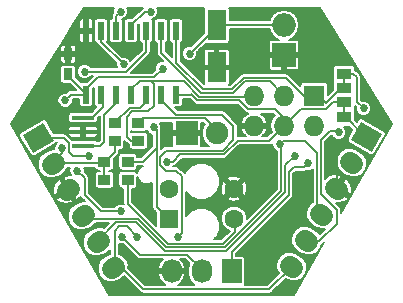
<source format=gtl>
G04 #@! TF.FileFunction,Copper,L1,Top,Signal*
%FSLAX46Y46*%
G04 Gerber Fmt 4.6, Leading zero omitted, Abs format (unit mm)*
G04 Created by KiCad (PCBNEW 4.0.2-stable) date Thursday, September 29, 2016 'amt' 01:44:10 am*
%MOMM*%
G01*
G04 APERTURE LIST*
%ADD10C,0.100000*%
%ADD11C,1.727200*%
%ADD12O,1.998980X1.998980*%
%ADD13R,1.998980X1.998980*%
%ADD14R,1.270000X0.965200*%
%ADD15R,0.750000X1.000000*%
%ADD16R,1.600000X1.600000*%
%ADD17C,1.600000*%
%ADD18R,1.727200X1.727200*%
%ADD19O,1.727200X1.727200*%
%ADD20R,1.000000X0.900000*%
%ADD21R,1.600200X2.600960*%
%ADD22R,0.600000X1.500000*%
%ADD23R,1.900000X0.400000*%
%ADD24R,1.900000X2.000000*%
%ADD25C,1.900000*%
%ADD26R,1.727200X2.032000*%
%ADD27O,1.727200X2.032000*%
%ADD28C,0.685800*%
%ADD29C,0.152400*%
%ADD30C,0.200000*%
G04 APERTURE END LIST*
D10*
G36*
X170138318Y-119924377D02*
X171001918Y-118428577D01*
X172761682Y-119444577D01*
X171898082Y-120940377D01*
X170138318Y-119924377D01*
X170138318Y-119924377D01*
G37*
D11*
X170048018Y-121807982D02*
X170311982Y-121960382D01*
X168778018Y-124007686D02*
X169041982Y-124160086D01*
X167508018Y-126207391D02*
X167771982Y-126359791D01*
X166238018Y-128407095D02*
X166501982Y-128559495D01*
X164968018Y-130606800D02*
X165231982Y-130759200D01*
D12*
X164465000Y-110236000D03*
D13*
X164465000Y-112776000D03*
D14*
X169545000Y-115570000D03*
D15*
X146177000Y-114388000D03*
X146177000Y-112688000D03*
D16*
X154730000Y-126619000D03*
D17*
X154730000Y-124079000D03*
X160230000Y-124079000D03*
X160230000Y-126619000D03*
D18*
X167005000Y-116205000D03*
D19*
X167005000Y-118745000D03*
X164465000Y-116205000D03*
X164465000Y-118745000D03*
X161925000Y-116205000D03*
X161925000Y-118745000D03*
D20*
X151241000Y-121793000D03*
X149241000Y-121793000D03*
D10*
G36*
X143188918Y-121021786D02*
X142325318Y-119525986D01*
X144085082Y-118509986D01*
X144948682Y-120005786D01*
X143188918Y-121021786D01*
X143188918Y-121021786D01*
G37*
D11*
X144775018Y-122041791D02*
X145038982Y-121889391D01*
X146045018Y-124241495D02*
X146308982Y-124089095D01*
X147315018Y-126441200D02*
X147578982Y-126288800D01*
X148585018Y-128640904D02*
X148848982Y-128488504D01*
X149855018Y-130840609D02*
X150118982Y-130688209D01*
D21*
X158750000Y-110213140D03*
X158750000Y-113814860D03*
D22*
X147701000Y-116111000D03*
X148971000Y-116111000D03*
X150241000Y-116111000D03*
X151511000Y-116111000D03*
X152781000Y-116111000D03*
X154051000Y-116111000D03*
X155321000Y-116111000D03*
X155321000Y-110711000D03*
X154051000Y-110711000D03*
X152781000Y-110711000D03*
X151511000Y-110711000D03*
X150241000Y-110711000D03*
X148971000Y-110711000D03*
X147701000Y-110711000D03*
D23*
X147447000Y-118053000D03*
X147447000Y-119253000D03*
X147447000Y-120453000D03*
D20*
X152130000Y-118491000D03*
X150130000Y-118491000D03*
X150130000Y-120015000D03*
X152130000Y-120015000D03*
X149241000Y-123317000D03*
X151241000Y-123317000D03*
D24*
X156210000Y-119380000D03*
D25*
X158750000Y-119380000D03*
D26*
X160020000Y-131064000D03*
D27*
X157480000Y-131064000D03*
X154940000Y-131064000D03*
D14*
X169545000Y-116776500D03*
X169545000Y-118046500D03*
X169545000Y-114363500D03*
D28*
X145669000Y-120650000D03*
X166497000Y-121920000D03*
X145923000Y-116586000D03*
X156464000Y-112649000D03*
X154178000Y-113919000D03*
X169608500Y-120332500D03*
X167894000Y-111442500D03*
X166624000Y-109855000D03*
X169164000Y-112839500D03*
X154559000Y-119380000D03*
X164465000Y-127127002D03*
X162814000Y-130937004D03*
X162814000Y-128778000D03*
X165988996Y-125222004D03*
X165989000Y-123317000D03*
X168275000Y-121158000D03*
X152400000Y-124841000D03*
X149606000Y-124841000D03*
X150622000Y-132461000D03*
X166624000Y-114046000D03*
X160782006Y-111379000D03*
X162687000Y-111379000D03*
X162687000Y-113411000D03*
X160782000Y-113411000D03*
X161036000Y-121158000D03*
X162052000Y-124587000D03*
X163068000Y-121158000D03*
X163068002Y-123444000D03*
X142366998Y-118237000D03*
X144780000Y-118237000D03*
X143383002Y-116586000D03*
X144780000Y-116586000D03*
X144780000Y-114554000D03*
X149098000Y-113284000D03*
X147701000Y-112649000D03*
X156590996Y-109220000D03*
X154813000Y-109220000D03*
X156591000Y-111125000D03*
X146558000Y-111252000D03*
X148209000Y-109220000D03*
X151638000Y-130302000D03*
X153035000Y-131191000D03*
X156591000Y-125476000D03*
X158877000Y-125476000D03*
X162008000Y-122301000D03*
X159766000Y-122301000D03*
X152019001Y-128143000D03*
X155448012Y-128143000D03*
X147955000Y-121285000D03*
X154559000Y-121793000D03*
X169100500Y-119316500D03*
X165354000Y-121285000D03*
X171196000Y-117284496D03*
X164084000Y-120269000D03*
X153162006Y-109093000D03*
X150621994Y-109093000D03*
X150876000Y-113537996D03*
X153416000Y-118872000D03*
X146939000Y-122555000D03*
X150622000Y-125984000D03*
X150748982Y-128143000D03*
X147574000Y-114173000D03*
D29*
X144780000Y-121965591D02*
X145669000Y-121076591D01*
X145669000Y-121076591D02*
X145669000Y-120650000D01*
X160020000Y-131064000D02*
X160020000Y-129413000D01*
X160020000Y-129413000D02*
X164846000Y-124587000D01*
X164846000Y-124587000D02*
X164846000Y-122682000D01*
X164846000Y-122682000D02*
X165265101Y-122262899D01*
X166154101Y-122262899D02*
X166497000Y-121920000D01*
X165265101Y-122262899D02*
X166154101Y-122262899D01*
X146398000Y-116111000D02*
X145923000Y-116586000D01*
X147701000Y-116111000D02*
X146398000Y-116111000D01*
X156464000Y-112649000D02*
X158750000Y-110363000D01*
X158750000Y-110363000D02*
X158750000Y-110213140D01*
X147701000Y-116111000D02*
X147701000Y-115661000D01*
X147701000Y-115661000D02*
X148731810Y-114630190D01*
X148731810Y-114630190D02*
X153466810Y-114630190D01*
X153466810Y-114630190D02*
X154178000Y-113919000D01*
X144780000Y-121965591D02*
X144825591Y-121920000D01*
X144825591Y-121920000D02*
X149114000Y-121920000D01*
X149114000Y-121920000D02*
X149241000Y-121793000D01*
X149225000Y-123317000D02*
X149241000Y-123317000D01*
X158750000Y-110213140D02*
X164442140Y-110213140D01*
X164442140Y-110213140D02*
X164465000Y-110236000D01*
X149241000Y-121793000D02*
X149241000Y-123317000D01*
X150130000Y-120015000D02*
X150130000Y-120954000D01*
X149291000Y-121793000D02*
X149241000Y-121793000D01*
X150130000Y-120954000D02*
X149291000Y-121793000D01*
X146177000Y-114388000D02*
X146177000Y-114513000D01*
X146177000Y-114513000D02*
X147701000Y-116037000D01*
X147701000Y-116037000D02*
X147701000Y-116111000D01*
X167894000Y-111569500D02*
X167894000Y-111442500D01*
X169164000Y-112839500D02*
X167894000Y-111569500D01*
X166624000Y-111768890D02*
X166624000Y-109855000D01*
X165616890Y-112776000D02*
X166624000Y-111768890D01*
X164465000Y-112776000D02*
X165616890Y-112776000D01*
X168910000Y-120777000D02*
X169545000Y-120142000D01*
X168910000Y-124083886D02*
X168910000Y-120777000D01*
X169291000Y-120142000D02*
X169545000Y-120142000D01*
X168275000Y-121158000D02*
X169291000Y-120142000D01*
X156210000Y-119380000D02*
X154559000Y-119380000D01*
X154559000Y-120015000D02*
X154559000Y-119380000D01*
X160230000Y-124079000D02*
X160865000Y-123444000D01*
X160865000Y-123444000D02*
X161544000Y-123444000D01*
X161544000Y-123444000D02*
X161709101Y-123609101D01*
X161709101Y-123609101D02*
X161709101Y-124244101D01*
X161709101Y-124244101D02*
X162052000Y-124587000D01*
X163156901Y-128435101D02*
X164465000Y-127127002D01*
X162814000Y-128778000D02*
X163156901Y-128435101D01*
X162814000Y-128778000D02*
X162814000Y-130937004D01*
X165989000Y-125222000D02*
X165988996Y-125222004D01*
X165989000Y-123317000D02*
X165989000Y-125222000D01*
X164465000Y-112776000D02*
X164465000Y-113927890D01*
X164465000Y-113927890D02*
X164583110Y-114046000D01*
X164583110Y-114046000D02*
X166624000Y-114046000D01*
X162179006Y-112776000D02*
X160782006Y-111379000D01*
X164465000Y-112776000D02*
X162179006Y-112776000D01*
X160782000Y-113411000D02*
X162687000Y-113411000D01*
X160909000Y-121158000D02*
X161036000Y-121158000D01*
X159766000Y-122301000D02*
X160909000Y-121158000D01*
X160020000Y-122174000D02*
X161036000Y-121158000D01*
X160020000Y-122301000D02*
X160020000Y-122174000D01*
X162008000Y-122301000D02*
X163068000Y-121241000D01*
X163068000Y-121241000D02*
X163068000Y-121158000D01*
X163068002Y-123361002D02*
X163068002Y-123444000D01*
X162008000Y-122301000D02*
X163068002Y-123361002D01*
X144907000Y-115696998D02*
X142366998Y-118237000D01*
X144907000Y-115570000D02*
X144907000Y-115696998D01*
X143383002Y-115950998D02*
X143383002Y-116586000D01*
X144780000Y-114554000D02*
X143383002Y-115950998D01*
X148463000Y-112649000D02*
X149098000Y-113284000D01*
X147701000Y-112649000D02*
X148463000Y-112649000D01*
X147662000Y-112688000D02*
X147701000Y-112649000D01*
X146177000Y-112688000D02*
X147662000Y-112688000D01*
X154813000Y-109220000D02*
X156590996Y-109220000D01*
X155829000Y-113157000D02*
X155829000Y-111887000D01*
X155829000Y-111887000D02*
X156591000Y-111125000D01*
X156486860Y-113814860D02*
X155829000Y-113157000D01*
X158750000Y-113814860D02*
X156486860Y-113814860D01*
X146177000Y-112688000D02*
X146177000Y-111633000D01*
X146177000Y-111633000D02*
X146558000Y-111252000D01*
X147701000Y-110711000D02*
X147701000Y-109728000D01*
X147701000Y-109728000D02*
X148209000Y-109220000D01*
X144907000Y-115570000D02*
X144907000Y-113284000D01*
X144907000Y-117983000D02*
X144907000Y-115570000D01*
X151638000Y-130302000D02*
X152146000Y-130302000D01*
X152146000Y-130302000D02*
X153035000Y-131191000D01*
X154940000Y-131064000D02*
X153162000Y-131064000D01*
X153162000Y-131064000D02*
X153035000Y-131191000D01*
X156591000Y-125476000D02*
X158877000Y-125476000D01*
X160230000Y-124079000D02*
X158877000Y-125432000D01*
X158877000Y-125432000D02*
X158877000Y-125476000D01*
X160230000Y-124079000D02*
X162008000Y-122301000D01*
X147447000Y-119253000D02*
X146177000Y-119253000D01*
X146177000Y-119253000D02*
X144907000Y-117983000D01*
X144907000Y-113284000D02*
X145503000Y-112688000D01*
X145503000Y-112688000D02*
X146177000Y-112688000D01*
X146177000Y-112685000D02*
X146177000Y-112688000D01*
X152130000Y-118491000D02*
X152146000Y-118491000D01*
X152146000Y-118491000D02*
X152527000Y-118110000D01*
X152527000Y-118110000D02*
X157734000Y-118110000D01*
X157734000Y-118110000D02*
X158750000Y-119126000D01*
X158750000Y-119126000D02*
X158750000Y-119380000D01*
X148971000Y-116111000D02*
X149098000Y-116238000D01*
X149098000Y-116238000D02*
X149098000Y-117152000D01*
X149098000Y-117152000D02*
X148197000Y-118053000D01*
X148197000Y-118053000D02*
X147447000Y-118053000D01*
X150241000Y-116111000D02*
X150241000Y-116840000D01*
X150241000Y-116840000D02*
X149225000Y-117856000D01*
X149225000Y-117856000D02*
X149225000Y-120142000D01*
X148914000Y-120453000D02*
X147447000Y-120453000D01*
X149225000Y-120142000D02*
X148914000Y-120453000D01*
X150130000Y-118491000D02*
X150130000Y-118475000D01*
X152654000Y-116238000D02*
X152781000Y-116111000D01*
X150130000Y-118475000D02*
X151384000Y-117221000D01*
X151384000Y-117221000D02*
X152273000Y-117221000D01*
X152273000Y-117221000D02*
X152654000Y-116840000D01*
X152654000Y-116840000D02*
X152654000Y-116238000D01*
X149860000Y-130764409D02*
X150703409Y-130764409D01*
X150703409Y-130764409D02*
X152527000Y-132588000D01*
X152527000Y-132588000D02*
X163195000Y-132588000D01*
X163195000Y-132588000D02*
X165100000Y-130683000D01*
X149860000Y-130764409D02*
X150114000Y-130510409D01*
X150114000Y-130510409D02*
X150114000Y-127635000D01*
X150114000Y-127635000D02*
X150495000Y-127254000D01*
X150495000Y-127254000D02*
X151130001Y-127254000D01*
X151130001Y-127254000D02*
X152019001Y-128143000D01*
X155790911Y-127800101D02*
X155448012Y-128143000D01*
X155790911Y-123024911D02*
X155790911Y-127800101D01*
X153974811Y-122097811D02*
X154432000Y-122555000D01*
X153974811Y-121361189D02*
X153974811Y-122097811D01*
X154432000Y-122555000D02*
X155321000Y-122555000D01*
X159258745Y-120853189D02*
X154482811Y-120853189D01*
X155321000Y-122555000D02*
X155790911Y-123024911D01*
X160147000Y-118745000D02*
X160147000Y-119964934D01*
X160147000Y-119964934D02*
X159258745Y-120853189D01*
X159207190Y-117805190D02*
X160147000Y-118745000D01*
X155295190Y-117805190D02*
X159207190Y-117805190D01*
X154051000Y-116561000D02*
X155295190Y-117805190D01*
X154051000Y-116111000D02*
X154051000Y-116561000D01*
X154482811Y-120853189D02*
X153974811Y-121361189D01*
X164465000Y-118745000D02*
X165862000Y-117348000D01*
X165862000Y-117348000D02*
X168000682Y-117348000D01*
X168000682Y-117348000D02*
X168572182Y-116776500D01*
X168572182Y-116776500D02*
X169545000Y-116776500D01*
X169545000Y-116776500D02*
X169545000Y-118046500D01*
X169545000Y-118046500D02*
X169697400Y-118046500D01*
X169697400Y-118046500D02*
X171335377Y-119684477D01*
X171335377Y-119684477D02*
X171450000Y-119684477D01*
X155321000Y-116111000D02*
X156558000Y-116111000D01*
X164465000Y-118110000D02*
X164465000Y-118745000D01*
X156558000Y-116111000D02*
X156591000Y-116078000D01*
X156591000Y-116078000D02*
X157099000Y-116586000D01*
X161451542Y-117348000D02*
X163703000Y-117348000D01*
X157099000Y-116586000D02*
X160689542Y-116586000D01*
X160689542Y-116586000D02*
X161451542Y-117348000D01*
X163703000Y-117348000D02*
X164465000Y-118110000D01*
X143510000Y-119765886D02*
X145800886Y-119765886D01*
X145800886Y-119765886D02*
X146240502Y-120205502D01*
X146240502Y-120205502D02*
X146240502Y-120967502D01*
X146240502Y-120967502D02*
X146558000Y-121285000D01*
X146558000Y-121285000D02*
X147955000Y-121285000D01*
X164465000Y-118745000D02*
X163195000Y-120015000D01*
X163195000Y-120015000D02*
X160528000Y-120015000D01*
X160528000Y-120015000D02*
X159385000Y-121158000D01*
X159385000Y-121158000D02*
X155678933Y-121158000D01*
X155678933Y-121158000D02*
X155043933Y-121793000D01*
X155043933Y-121793000D02*
X154559000Y-121793000D01*
X166370000Y-128483295D02*
X167458915Y-128483295D01*
X167458915Y-128483295D02*
X168910000Y-127032210D01*
X168910000Y-127032210D02*
X168910000Y-125857000D01*
X168910000Y-125857000D02*
X167563811Y-124510811D01*
X167563811Y-124510811D02*
X167563811Y-119964189D01*
X167563811Y-119964189D02*
X168338500Y-119189500D01*
X168338500Y-119189500D02*
X168973500Y-119189500D01*
X168973500Y-119189500D02*
X169100500Y-119316500D01*
X169545000Y-114363500D02*
X170332400Y-114363500D01*
X170332400Y-114363500D02*
X170624500Y-114655600D01*
X170624500Y-114655600D02*
X170624500Y-116712996D01*
X170624500Y-116712996D02*
X171196000Y-117284496D01*
X169545000Y-114363500D02*
X169545000Y-115570000D01*
X167005000Y-116205000D02*
X167449500Y-116205000D01*
X169291000Y-115570000D02*
X169545000Y-115570000D01*
X167449500Y-116205000D02*
X168052750Y-116808250D01*
X168052750Y-116808250D02*
X169291000Y-115570000D01*
X164541189Y-124383812D02*
X164541189Y-122097811D01*
X164541189Y-122097811D02*
X165354000Y-121285000D01*
X154381187Y-129362189D02*
X159562812Y-129362189D01*
X151942810Y-126923811D02*
X154381187Y-129362189D01*
X150230893Y-126923811D02*
X151942810Y-126923811D01*
X159562812Y-129362189D02*
X164541189Y-124383812D01*
X148590000Y-128564704D02*
X150230893Y-126923811D01*
X155321000Y-110711000D02*
X155321000Y-113411000D01*
X155321000Y-113411000D02*
X157581567Y-115671567D01*
X157581567Y-115671567D02*
X160045433Y-115671567D01*
X160045433Y-115671567D02*
X161036000Y-114681000D01*
X161036000Y-114681000D02*
X164592000Y-114681000D01*
X164592000Y-114681000D02*
X166116000Y-116205000D01*
X166116000Y-116205000D02*
X167005000Y-116205000D01*
X167640000Y-126283591D02*
X167259000Y-125902591D01*
X167259000Y-125902591D02*
X167259000Y-121031000D01*
X164338000Y-120015000D02*
X164084000Y-120269000D01*
X167259000Y-121031000D02*
X166243000Y-120015000D01*
X166243000Y-120015000D02*
X164338000Y-120015000D01*
X163245811Y-114985811D02*
X164465000Y-116205000D01*
X161162256Y-114985811D02*
X163245811Y-114985811D01*
X157455311Y-115976378D02*
X160171689Y-115976378D01*
X154051000Y-110711000D02*
X154051000Y-112572067D01*
X160171689Y-115976378D02*
X161162256Y-114985811D01*
X154051000Y-112572067D02*
X157455311Y-115976378D01*
X164211000Y-124282934D02*
X164211000Y-120650000D01*
X164211000Y-120650000D02*
X164084000Y-120523000D01*
X147574000Y-126619000D02*
X152069065Y-126619000D01*
X154507443Y-129057378D02*
X159436556Y-129057378D01*
X147320000Y-126365000D02*
X147574000Y-126619000D01*
X152069065Y-126619000D02*
X154507443Y-129057378D01*
X159436556Y-129057378D02*
X164211000Y-124282934D01*
X164084000Y-120523000D02*
X164084000Y-120269000D01*
X152679000Y-109093000D02*
X153162006Y-109093000D01*
X151511000Y-110261000D02*
X152679000Y-109093000D01*
X151511000Y-110711000D02*
X151511000Y-110261000D01*
X150241000Y-109473994D02*
X150621994Y-109093000D01*
X150241000Y-110711000D02*
X150241000Y-109473994D01*
X148971000Y-111632996D02*
X150876000Y-113537996D01*
X148971000Y-110711000D02*
X148971000Y-111632996D01*
X151241000Y-121793000D02*
X152527000Y-121793000D01*
X152527000Y-121793000D02*
X153670000Y-120650000D01*
X153670000Y-120650000D02*
X153670000Y-125603000D01*
X153670000Y-125603000D02*
X154686000Y-126619000D01*
X154686000Y-126619000D02*
X154730000Y-126619000D01*
X153416000Y-118872000D02*
X153670000Y-119126000D01*
X153670000Y-119126000D02*
X153670000Y-120650000D01*
X153162000Y-114935000D02*
X155956000Y-114935000D01*
X155956000Y-114935000D02*
X157302189Y-116281189D01*
X157302189Y-116281189D02*
X161467811Y-116281189D01*
X161467811Y-116281189D02*
X161544000Y-116205000D01*
X161544000Y-116205000D02*
X161925000Y-116205000D01*
X153162000Y-114935000D02*
X152237000Y-114935000D01*
X152237000Y-114935000D02*
X151511000Y-115661000D01*
X151511000Y-115661000D02*
X151511000Y-116111000D01*
X152130000Y-120015000D02*
X151477600Y-120015000D01*
X151130000Y-117983000D02*
X151587190Y-117525810D01*
X152984190Y-117525810D02*
X153416000Y-117094000D01*
X151477600Y-120015000D02*
X151130000Y-119667400D01*
X151130000Y-119667400D02*
X151130000Y-117983000D01*
X151587190Y-117525810D02*
X152984190Y-117525810D01*
X153416000Y-117094000D02*
X153416000Y-115189000D01*
X153416000Y-115189000D02*
X153162000Y-114935000D01*
X151241000Y-123317000D02*
X151241000Y-125359868D01*
X151241000Y-125359868D02*
X154633699Y-128752567D01*
X154633699Y-128752567D02*
X159283433Y-128752567D01*
X159283433Y-128752567D02*
X160274000Y-127762000D01*
X160274000Y-126663000D02*
X160230000Y-126619000D01*
X160274000Y-127762000D02*
X160274000Y-126663000D01*
X147574000Y-123190000D02*
X146939000Y-122555000D01*
X147574000Y-124587000D02*
X147574000Y-123190000D01*
X148971000Y-125984000D02*
X147574000Y-124587000D01*
X150622000Y-125984000D02*
X148971000Y-125984000D01*
X157480000Y-131064000D02*
X157480000Y-130911600D01*
X152272982Y-129667000D02*
X150748982Y-128143000D01*
X157480000Y-130911600D02*
X156235400Y-129667000D01*
X156235400Y-129667000D02*
X152272982Y-129667000D01*
X152781000Y-110711000D02*
X152781000Y-112478818D01*
X152781000Y-112478818D02*
X151086818Y-114173000D01*
X151086818Y-114173000D02*
X147574000Y-114173000D01*
D30*
G36*
X149979206Y-108964558D02*
X149978997Y-109203969D01*
X149974986Y-109207980D01*
X149893437Y-109330028D01*
X149893437Y-109330029D01*
X149864799Y-109473994D01*
X149864800Y-109473999D01*
X149864800Y-109669461D01*
X149829827Y-109676042D01*
X149727721Y-109741745D01*
X149659222Y-109841997D01*
X149635123Y-109961000D01*
X149635123Y-111461000D01*
X149656042Y-111572173D01*
X149721745Y-111674279D01*
X149821997Y-111742778D01*
X149941000Y-111766877D01*
X150541000Y-111766877D01*
X150652173Y-111745958D01*
X150754279Y-111680255D01*
X150822778Y-111580003D01*
X150846877Y-111461000D01*
X150846877Y-109961000D01*
X150825958Y-109849827D01*
X150760255Y-109747721D01*
X150743109Y-109736006D01*
X150749314Y-109736011D01*
X150985692Y-109638342D01*
X151166700Y-109457649D01*
X151264782Y-109221442D01*
X151265005Y-108965680D01*
X151181260Y-108763000D01*
X152508749Y-108763000D01*
X152412986Y-108826986D01*
X152412984Y-108826989D01*
X151584849Y-109655123D01*
X151211000Y-109655123D01*
X151099827Y-109676042D01*
X150997721Y-109741745D01*
X150929222Y-109841997D01*
X150905123Y-109961000D01*
X150905123Y-111461000D01*
X150926042Y-111572173D01*
X150991745Y-111674279D01*
X151091997Y-111742778D01*
X151211000Y-111766877D01*
X151811000Y-111766877D01*
X151922173Y-111745958D01*
X152024279Y-111680255D01*
X152092778Y-111580003D01*
X152116877Y-111461000D01*
X152116877Y-110187151D01*
X152175123Y-110128905D01*
X152175123Y-111461000D01*
X152196042Y-111572173D01*
X152261745Y-111674279D01*
X152361997Y-111742778D01*
X152404800Y-111751446D01*
X152404800Y-112322991D01*
X151459980Y-113267810D01*
X151421342Y-113174298D01*
X151240649Y-112993290D01*
X151004442Y-112895208D01*
X150765030Y-112894999D01*
X149511073Y-111641041D01*
X149552778Y-111580003D01*
X149576877Y-111461000D01*
X149576877Y-109961000D01*
X149555958Y-109849827D01*
X149490255Y-109747721D01*
X149390003Y-109679222D01*
X149271000Y-109655123D01*
X148671000Y-109655123D01*
X148559827Y-109676042D01*
X148457721Y-109741745D01*
X148389222Y-109841997D01*
X148365123Y-109961000D01*
X148365123Y-111461000D01*
X148386042Y-111572173D01*
X148451745Y-111674279D01*
X148551997Y-111742778D01*
X148619350Y-111756418D01*
X148623437Y-111776962D01*
X148651858Y-111819497D01*
X148704986Y-111899010D01*
X150233197Y-113427220D01*
X150232989Y-113665316D01*
X150287317Y-113796800D01*
X148106862Y-113796800D01*
X147938649Y-113628294D01*
X147702442Y-113530212D01*
X147446680Y-113529989D01*
X147210302Y-113627658D01*
X147029294Y-113808351D01*
X146931212Y-114044558D01*
X146930989Y-114300320D01*
X147028658Y-114536698D01*
X147209351Y-114717706D01*
X147445558Y-114815788D01*
X147701320Y-114816011D01*
X147937698Y-114718342D01*
X148107135Y-114549200D01*
X148280773Y-114549200D01*
X147774849Y-115055123D01*
X147401000Y-115055123D01*
X147289827Y-115076042D01*
X147279022Y-115082995D01*
X146857877Y-114661849D01*
X146857877Y-113888000D01*
X146836958Y-113776827D01*
X146771255Y-113674721D01*
X146671003Y-113606222D01*
X146552000Y-113582123D01*
X145802000Y-113582123D01*
X145690827Y-113603042D01*
X145588721Y-113668745D01*
X145520222Y-113768997D01*
X145496123Y-113888000D01*
X145496123Y-114888000D01*
X145517042Y-114999173D01*
X145582745Y-115101279D01*
X145682997Y-115169778D01*
X145802000Y-115193877D01*
X146325849Y-115193877D01*
X146866773Y-115734800D01*
X146398000Y-115734800D01*
X146254034Y-115763437D01*
X146131986Y-115844986D01*
X146131984Y-115844989D01*
X146033776Y-115943197D01*
X145795680Y-115942989D01*
X145559302Y-116040658D01*
X145378294Y-116221351D01*
X145280212Y-116457558D01*
X145279989Y-116713320D01*
X145377658Y-116949698D01*
X145558351Y-117130706D01*
X145794558Y-117228788D01*
X146050320Y-117229011D01*
X146286698Y-117131342D01*
X146467706Y-116950649D01*
X146565788Y-116714442D01*
X146565986Y-116487200D01*
X147095123Y-116487200D01*
X147095123Y-116861000D01*
X147116042Y-116972173D01*
X147181745Y-117074279D01*
X147281997Y-117142778D01*
X147401000Y-117166877D01*
X148001000Y-117166877D01*
X148112173Y-117145958D01*
X148214279Y-117080255D01*
X148282778Y-116980003D01*
X148306877Y-116861000D01*
X148306877Y-115587151D01*
X148365123Y-115528905D01*
X148365123Y-116861000D01*
X148386042Y-116972173D01*
X148451745Y-117074279D01*
X148551997Y-117142778D01*
X148571288Y-117146685D01*
X148170849Y-117547123D01*
X146497000Y-117547123D01*
X146385827Y-117568042D01*
X146283721Y-117633745D01*
X146215222Y-117733997D01*
X146191123Y-117853000D01*
X146191123Y-118253000D01*
X146212042Y-118364173D01*
X146277745Y-118466279D01*
X146377997Y-118534778D01*
X146497000Y-118558877D01*
X148397000Y-118558877D01*
X148508173Y-118537958D01*
X148610279Y-118472255D01*
X148678778Y-118372003D01*
X148702877Y-118253000D01*
X148702877Y-118079151D01*
X148848800Y-117933228D01*
X148848800Y-119986173D01*
X148758172Y-120076800D01*
X148640115Y-120076800D01*
X148616255Y-120039721D01*
X148516003Y-119971222D01*
X148397000Y-119947123D01*
X146511618Y-119947123D01*
X146506516Y-119939488D01*
X146066900Y-119499872D01*
X146027525Y-119473563D01*
X145959335Y-119428000D01*
X146197000Y-119428000D01*
X146197000Y-119512674D01*
X146242672Y-119622937D01*
X146327064Y-119707328D01*
X146437327Y-119753000D01*
X147218000Y-119753000D01*
X147293000Y-119678000D01*
X147293000Y-119353000D01*
X147601000Y-119353000D01*
X147601000Y-119678000D01*
X147676000Y-119753000D01*
X148456673Y-119753000D01*
X148566936Y-119707328D01*
X148651328Y-119622937D01*
X148697000Y-119512674D01*
X148697000Y-119428000D01*
X148622000Y-119353000D01*
X147601000Y-119353000D01*
X147293000Y-119353000D01*
X146272000Y-119353000D01*
X146197000Y-119428000D01*
X145959335Y-119428000D01*
X145944852Y-119418323D01*
X145920965Y-119413572D01*
X145800886Y-119389685D01*
X145800881Y-119389686D01*
X144946172Y-119389686D01*
X144717334Y-118993326D01*
X146197000Y-118993326D01*
X146197000Y-119078000D01*
X146272000Y-119153000D01*
X147293000Y-119153000D01*
X147293000Y-118828000D01*
X147601000Y-118828000D01*
X147601000Y-119153000D01*
X148622000Y-119153000D01*
X148697000Y-119078000D01*
X148697000Y-118993326D01*
X148651328Y-118883063D01*
X148566936Y-118798672D01*
X148456673Y-118753000D01*
X147676000Y-118753000D01*
X147601000Y-118828000D01*
X147293000Y-118828000D01*
X147218000Y-118753000D01*
X146437327Y-118753000D01*
X146327064Y-118798672D01*
X146242672Y-118883063D01*
X146197000Y-118993326D01*
X144717334Y-118993326D01*
X144349979Y-118357048D01*
X144276277Y-118271228D01*
X144168323Y-118215653D01*
X144047253Y-118206457D01*
X143932144Y-118245089D01*
X142172380Y-119261089D01*
X142086560Y-119334791D01*
X142030985Y-119442745D01*
X142021789Y-119563815D01*
X142060421Y-119678924D01*
X142924021Y-121174724D01*
X142997723Y-121260544D01*
X143105677Y-121316119D01*
X143226747Y-121325315D01*
X143341856Y-121286683D01*
X145101620Y-120270683D01*
X145187440Y-120196981D01*
X145215700Y-120142086D01*
X145267809Y-120142086D01*
X145124294Y-120285351D01*
X145026212Y-120521558D01*
X145026030Y-120730497D01*
X144909429Y-120722855D01*
X144479510Y-120868793D01*
X144170890Y-121046975D01*
X143829544Y-121346328D01*
X143628739Y-121753521D01*
X143599045Y-122206563D01*
X143744983Y-122636482D01*
X144044336Y-122977828D01*
X144451529Y-123178633D01*
X144904571Y-123208327D01*
X145334490Y-123062389D01*
X145643111Y-122884207D01*
X145984456Y-122584854D01*
X146126804Y-122296200D01*
X146350342Y-122296200D01*
X146296212Y-122426558D01*
X146295989Y-122682320D01*
X146393658Y-122918698D01*
X146418626Y-122943709D01*
X146341038Y-122926041D01*
X145893517Y-123002306D01*
X145766121Y-123145632D01*
X146233368Y-123954927D01*
X146250688Y-123944927D01*
X146404688Y-124211663D01*
X146387368Y-124221663D01*
X146854615Y-125030958D01*
X147042436Y-124992293D01*
X147241043Y-124752825D01*
X147257079Y-124776825D01*
X147307986Y-124853014D01*
X147586201Y-125131229D01*
X147449429Y-125122264D01*
X147019510Y-125268202D01*
X146710890Y-125446384D01*
X146369544Y-125745737D01*
X146168739Y-126152930D01*
X146139045Y-126605972D01*
X146284983Y-127035891D01*
X146584336Y-127377237D01*
X146991529Y-127578042D01*
X147444571Y-127607736D01*
X147874490Y-127461798D01*
X148183111Y-127283616D01*
X148511985Y-126995200D01*
X149627477Y-126995200D01*
X149238468Y-127384208D01*
X149172471Y-127351662D01*
X148719429Y-127321968D01*
X148289510Y-127467906D01*
X147980890Y-127646088D01*
X147639544Y-127945441D01*
X147438739Y-128352634D01*
X147409045Y-128805676D01*
X147554983Y-129235595D01*
X147854336Y-129576941D01*
X148261529Y-129777746D01*
X148714571Y-129807440D01*
X149144490Y-129661502D01*
X149453111Y-129483320D01*
X149737800Y-129233653D01*
X149737800Y-129607090D01*
X149559510Y-129667611D01*
X149250890Y-129845793D01*
X148909544Y-130145146D01*
X148708739Y-130552339D01*
X148679045Y-131005381D01*
X148824983Y-131435300D01*
X149124336Y-131776646D01*
X149531529Y-131977451D01*
X149984571Y-132007145D01*
X150414490Y-131861207D01*
X150723111Y-131683025D01*
X150918577Y-131511605D01*
X152260984Y-132854011D01*
X152260986Y-132854014D01*
X152383034Y-132935563D01*
X152406921Y-132940314D01*
X152527000Y-132964201D01*
X152527005Y-132964200D01*
X163194995Y-132964200D01*
X163195000Y-132964201D01*
X163315079Y-132940314D01*
X163338966Y-132935563D01*
X163461014Y-132854014D01*
X164585478Y-131729550D01*
X164672510Y-131779798D01*
X165102429Y-131925736D01*
X165555471Y-131896042D01*
X165962665Y-131695237D01*
X166262017Y-131353892D01*
X166407955Y-130923972D01*
X166378261Y-130470930D01*
X166177456Y-130063737D01*
X165836111Y-129764384D01*
X165527490Y-129586202D01*
X165097571Y-129440264D01*
X164644529Y-129469958D01*
X164237336Y-129670763D01*
X163937983Y-130012109D01*
X163792045Y-130442028D01*
X163821739Y-130895070D01*
X163998159Y-131252814D01*
X163039172Y-132211800D01*
X161156634Y-132211800D01*
X161165378Y-132199003D01*
X161189477Y-132080000D01*
X161189477Y-130048000D01*
X161168558Y-129936827D01*
X161102855Y-129834721D01*
X161002603Y-129766222D01*
X160883600Y-129742123D01*
X160396200Y-129742123D01*
X160396200Y-129568828D01*
X165112011Y-124853016D01*
X165112014Y-124853014D01*
X165193563Y-124730966D01*
X165193564Y-124730965D01*
X165222201Y-124587000D01*
X165222200Y-124586995D01*
X165222200Y-122837828D01*
X165420928Y-122639099D01*
X166154096Y-122639099D01*
X166154101Y-122639100D01*
X166274180Y-122615213D01*
X166298067Y-122610462D01*
X166369416Y-122562789D01*
X166624320Y-122563011D01*
X166860698Y-122465342D01*
X166882800Y-122443278D01*
X166882800Y-125219345D01*
X166777336Y-125271354D01*
X166477983Y-125612700D01*
X166332045Y-126042619D01*
X166361739Y-126495661D01*
X166562544Y-126902854D01*
X166903890Y-127202207D01*
X167212510Y-127380389D01*
X167642429Y-127526327D01*
X167900789Y-127509393D01*
X167480052Y-127930130D01*
X167447456Y-127864032D01*
X167106111Y-127564679D01*
X166797490Y-127386497D01*
X166367571Y-127240559D01*
X165914529Y-127270253D01*
X165507336Y-127471058D01*
X165207983Y-127812404D01*
X165062045Y-128242323D01*
X165091739Y-128695365D01*
X165292544Y-129102558D01*
X165633890Y-129401911D01*
X165942510Y-129580093D01*
X166372429Y-129726031D01*
X166825471Y-129696337D01*
X167232665Y-129495532D01*
X167532017Y-129154187D01*
X167653181Y-128797249D01*
X167724929Y-128749309D01*
X167869684Y-128604554D01*
X165304944Y-133045000D01*
X149655056Y-133045000D01*
X144958524Y-124913689D01*
X145188744Y-124913689D01*
X145245601Y-125087011D01*
X145570321Y-125303750D01*
X146012962Y-125404549D01*
X146460483Y-125328284D01*
X146587879Y-125184958D01*
X146120632Y-124375663D01*
X145188744Y-124913689D01*
X144958524Y-124913689D01*
X144500947Y-124121467D01*
X144887730Y-124121467D01*
X144913071Y-124511052D01*
X145034744Y-124646953D01*
X145966632Y-124108927D01*
X145499385Y-123299632D01*
X145311564Y-123338297D01*
X145021756Y-123687729D01*
X144887730Y-124121467D01*
X144500947Y-124121467D01*
X141325798Y-118624195D01*
X144892794Y-112917000D01*
X145502000Y-112917000D01*
X145502000Y-113247674D01*
X145547672Y-113357937D01*
X145632064Y-113442328D01*
X145742327Y-113488000D01*
X145948000Y-113488000D01*
X146023000Y-113413000D01*
X146023000Y-112842000D01*
X146331000Y-112842000D01*
X146331000Y-113413000D01*
X146406000Y-113488000D01*
X146611673Y-113488000D01*
X146721936Y-113442328D01*
X146806328Y-113357937D01*
X146852000Y-113247674D01*
X146852000Y-112917000D01*
X146777000Y-112842000D01*
X146331000Y-112842000D01*
X146023000Y-112842000D01*
X145577000Y-112842000D01*
X145502000Y-112917000D01*
X144892794Y-112917000D01*
X145385715Y-112128326D01*
X145502000Y-112128326D01*
X145502000Y-112459000D01*
X145577000Y-112534000D01*
X146023000Y-112534000D01*
X146023000Y-111963000D01*
X146331000Y-111963000D01*
X146331000Y-112534000D01*
X146777000Y-112534000D01*
X146852000Y-112459000D01*
X146852000Y-112128326D01*
X146806328Y-112018063D01*
X146721936Y-111933672D01*
X146611673Y-111888000D01*
X146406000Y-111888000D01*
X146331000Y-111963000D01*
X146023000Y-111963000D01*
X145948000Y-111888000D01*
X145742327Y-111888000D01*
X145632064Y-111933672D01*
X145547672Y-112018063D01*
X145502000Y-112128326D01*
X145385715Y-112128326D01*
X146128419Y-110940000D01*
X147101000Y-110940000D01*
X147101000Y-111520674D01*
X147146672Y-111630937D01*
X147231064Y-111715328D01*
X147341327Y-111761000D01*
X147476000Y-111761000D01*
X147551000Y-111686000D01*
X147551000Y-110865000D01*
X147851000Y-110865000D01*
X147851000Y-111686000D01*
X147926000Y-111761000D01*
X148060673Y-111761000D01*
X148170936Y-111715328D01*
X148255328Y-111630937D01*
X148301000Y-111520674D01*
X148301000Y-110940000D01*
X148226000Y-110865000D01*
X147851000Y-110865000D01*
X147551000Y-110865000D01*
X147176000Y-110865000D01*
X147101000Y-110940000D01*
X146128419Y-110940000D01*
X146777590Y-109901326D01*
X147101000Y-109901326D01*
X147101000Y-110482000D01*
X147176000Y-110557000D01*
X147551000Y-110557000D01*
X147551000Y-109736000D01*
X147851000Y-109736000D01*
X147851000Y-110557000D01*
X148226000Y-110557000D01*
X148301000Y-110482000D01*
X148301000Y-109901326D01*
X148255328Y-109791063D01*
X148170936Y-109706672D01*
X148060673Y-109661000D01*
X147926000Y-109661000D01*
X147851000Y-109736000D01*
X147551000Y-109736000D01*
X147476000Y-109661000D01*
X147341327Y-109661000D01*
X147231064Y-109706672D01*
X147146672Y-109791063D01*
X147101000Y-109901326D01*
X146777590Y-109901326D01*
X147489045Y-108763000D01*
X150062900Y-108763000D01*
X149979206Y-108964558D01*
X149979206Y-108964558D01*
G37*
X149979206Y-108964558D02*
X149978997Y-109203969D01*
X149974986Y-109207980D01*
X149893437Y-109330028D01*
X149893437Y-109330029D01*
X149864799Y-109473994D01*
X149864800Y-109473999D01*
X149864800Y-109669461D01*
X149829827Y-109676042D01*
X149727721Y-109741745D01*
X149659222Y-109841997D01*
X149635123Y-109961000D01*
X149635123Y-111461000D01*
X149656042Y-111572173D01*
X149721745Y-111674279D01*
X149821997Y-111742778D01*
X149941000Y-111766877D01*
X150541000Y-111766877D01*
X150652173Y-111745958D01*
X150754279Y-111680255D01*
X150822778Y-111580003D01*
X150846877Y-111461000D01*
X150846877Y-109961000D01*
X150825958Y-109849827D01*
X150760255Y-109747721D01*
X150743109Y-109736006D01*
X150749314Y-109736011D01*
X150985692Y-109638342D01*
X151166700Y-109457649D01*
X151264782Y-109221442D01*
X151265005Y-108965680D01*
X151181260Y-108763000D01*
X152508749Y-108763000D01*
X152412986Y-108826986D01*
X152412984Y-108826989D01*
X151584849Y-109655123D01*
X151211000Y-109655123D01*
X151099827Y-109676042D01*
X150997721Y-109741745D01*
X150929222Y-109841997D01*
X150905123Y-109961000D01*
X150905123Y-111461000D01*
X150926042Y-111572173D01*
X150991745Y-111674279D01*
X151091997Y-111742778D01*
X151211000Y-111766877D01*
X151811000Y-111766877D01*
X151922173Y-111745958D01*
X152024279Y-111680255D01*
X152092778Y-111580003D01*
X152116877Y-111461000D01*
X152116877Y-110187151D01*
X152175123Y-110128905D01*
X152175123Y-111461000D01*
X152196042Y-111572173D01*
X152261745Y-111674279D01*
X152361997Y-111742778D01*
X152404800Y-111751446D01*
X152404800Y-112322991D01*
X151459980Y-113267810D01*
X151421342Y-113174298D01*
X151240649Y-112993290D01*
X151004442Y-112895208D01*
X150765030Y-112894999D01*
X149511073Y-111641041D01*
X149552778Y-111580003D01*
X149576877Y-111461000D01*
X149576877Y-109961000D01*
X149555958Y-109849827D01*
X149490255Y-109747721D01*
X149390003Y-109679222D01*
X149271000Y-109655123D01*
X148671000Y-109655123D01*
X148559827Y-109676042D01*
X148457721Y-109741745D01*
X148389222Y-109841997D01*
X148365123Y-109961000D01*
X148365123Y-111461000D01*
X148386042Y-111572173D01*
X148451745Y-111674279D01*
X148551997Y-111742778D01*
X148619350Y-111756418D01*
X148623437Y-111776962D01*
X148651858Y-111819497D01*
X148704986Y-111899010D01*
X150233197Y-113427220D01*
X150232989Y-113665316D01*
X150287317Y-113796800D01*
X148106862Y-113796800D01*
X147938649Y-113628294D01*
X147702442Y-113530212D01*
X147446680Y-113529989D01*
X147210302Y-113627658D01*
X147029294Y-113808351D01*
X146931212Y-114044558D01*
X146930989Y-114300320D01*
X147028658Y-114536698D01*
X147209351Y-114717706D01*
X147445558Y-114815788D01*
X147701320Y-114816011D01*
X147937698Y-114718342D01*
X148107135Y-114549200D01*
X148280773Y-114549200D01*
X147774849Y-115055123D01*
X147401000Y-115055123D01*
X147289827Y-115076042D01*
X147279022Y-115082995D01*
X146857877Y-114661849D01*
X146857877Y-113888000D01*
X146836958Y-113776827D01*
X146771255Y-113674721D01*
X146671003Y-113606222D01*
X146552000Y-113582123D01*
X145802000Y-113582123D01*
X145690827Y-113603042D01*
X145588721Y-113668745D01*
X145520222Y-113768997D01*
X145496123Y-113888000D01*
X145496123Y-114888000D01*
X145517042Y-114999173D01*
X145582745Y-115101279D01*
X145682997Y-115169778D01*
X145802000Y-115193877D01*
X146325849Y-115193877D01*
X146866773Y-115734800D01*
X146398000Y-115734800D01*
X146254034Y-115763437D01*
X146131986Y-115844986D01*
X146131984Y-115844989D01*
X146033776Y-115943197D01*
X145795680Y-115942989D01*
X145559302Y-116040658D01*
X145378294Y-116221351D01*
X145280212Y-116457558D01*
X145279989Y-116713320D01*
X145377658Y-116949698D01*
X145558351Y-117130706D01*
X145794558Y-117228788D01*
X146050320Y-117229011D01*
X146286698Y-117131342D01*
X146467706Y-116950649D01*
X146565788Y-116714442D01*
X146565986Y-116487200D01*
X147095123Y-116487200D01*
X147095123Y-116861000D01*
X147116042Y-116972173D01*
X147181745Y-117074279D01*
X147281997Y-117142778D01*
X147401000Y-117166877D01*
X148001000Y-117166877D01*
X148112173Y-117145958D01*
X148214279Y-117080255D01*
X148282778Y-116980003D01*
X148306877Y-116861000D01*
X148306877Y-115587151D01*
X148365123Y-115528905D01*
X148365123Y-116861000D01*
X148386042Y-116972173D01*
X148451745Y-117074279D01*
X148551997Y-117142778D01*
X148571288Y-117146685D01*
X148170849Y-117547123D01*
X146497000Y-117547123D01*
X146385827Y-117568042D01*
X146283721Y-117633745D01*
X146215222Y-117733997D01*
X146191123Y-117853000D01*
X146191123Y-118253000D01*
X146212042Y-118364173D01*
X146277745Y-118466279D01*
X146377997Y-118534778D01*
X146497000Y-118558877D01*
X148397000Y-118558877D01*
X148508173Y-118537958D01*
X148610279Y-118472255D01*
X148678778Y-118372003D01*
X148702877Y-118253000D01*
X148702877Y-118079151D01*
X148848800Y-117933228D01*
X148848800Y-119986173D01*
X148758172Y-120076800D01*
X148640115Y-120076800D01*
X148616255Y-120039721D01*
X148516003Y-119971222D01*
X148397000Y-119947123D01*
X146511618Y-119947123D01*
X146506516Y-119939488D01*
X146066900Y-119499872D01*
X146027525Y-119473563D01*
X145959335Y-119428000D01*
X146197000Y-119428000D01*
X146197000Y-119512674D01*
X146242672Y-119622937D01*
X146327064Y-119707328D01*
X146437327Y-119753000D01*
X147218000Y-119753000D01*
X147293000Y-119678000D01*
X147293000Y-119353000D01*
X147601000Y-119353000D01*
X147601000Y-119678000D01*
X147676000Y-119753000D01*
X148456673Y-119753000D01*
X148566936Y-119707328D01*
X148651328Y-119622937D01*
X148697000Y-119512674D01*
X148697000Y-119428000D01*
X148622000Y-119353000D01*
X147601000Y-119353000D01*
X147293000Y-119353000D01*
X146272000Y-119353000D01*
X146197000Y-119428000D01*
X145959335Y-119428000D01*
X145944852Y-119418323D01*
X145920965Y-119413572D01*
X145800886Y-119389685D01*
X145800881Y-119389686D01*
X144946172Y-119389686D01*
X144717334Y-118993326D01*
X146197000Y-118993326D01*
X146197000Y-119078000D01*
X146272000Y-119153000D01*
X147293000Y-119153000D01*
X147293000Y-118828000D01*
X147601000Y-118828000D01*
X147601000Y-119153000D01*
X148622000Y-119153000D01*
X148697000Y-119078000D01*
X148697000Y-118993326D01*
X148651328Y-118883063D01*
X148566936Y-118798672D01*
X148456673Y-118753000D01*
X147676000Y-118753000D01*
X147601000Y-118828000D01*
X147293000Y-118828000D01*
X147218000Y-118753000D01*
X146437327Y-118753000D01*
X146327064Y-118798672D01*
X146242672Y-118883063D01*
X146197000Y-118993326D01*
X144717334Y-118993326D01*
X144349979Y-118357048D01*
X144276277Y-118271228D01*
X144168323Y-118215653D01*
X144047253Y-118206457D01*
X143932144Y-118245089D01*
X142172380Y-119261089D01*
X142086560Y-119334791D01*
X142030985Y-119442745D01*
X142021789Y-119563815D01*
X142060421Y-119678924D01*
X142924021Y-121174724D01*
X142997723Y-121260544D01*
X143105677Y-121316119D01*
X143226747Y-121325315D01*
X143341856Y-121286683D01*
X145101620Y-120270683D01*
X145187440Y-120196981D01*
X145215700Y-120142086D01*
X145267809Y-120142086D01*
X145124294Y-120285351D01*
X145026212Y-120521558D01*
X145026030Y-120730497D01*
X144909429Y-120722855D01*
X144479510Y-120868793D01*
X144170890Y-121046975D01*
X143829544Y-121346328D01*
X143628739Y-121753521D01*
X143599045Y-122206563D01*
X143744983Y-122636482D01*
X144044336Y-122977828D01*
X144451529Y-123178633D01*
X144904571Y-123208327D01*
X145334490Y-123062389D01*
X145643111Y-122884207D01*
X145984456Y-122584854D01*
X146126804Y-122296200D01*
X146350342Y-122296200D01*
X146296212Y-122426558D01*
X146295989Y-122682320D01*
X146393658Y-122918698D01*
X146418626Y-122943709D01*
X146341038Y-122926041D01*
X145893517Y-123002306D01*
X145766121Y-123145632D01*
X146233368Y-123954927D01*
X146250688Y-123944927D01*
X146404688Y-124211663D01*
X146387368Y-124221663D01*
X146854615Y-125030958D01*
X147042436Y-124992293D01*
X147241043Y-124752825D01*
X147257079Y-124776825D01*
X147307986Y-124853014D01*
X147586201Y-125131229D01*
X147449429Y-125122264D01*
X147019510Y-125268202D01*
X146710890Y-125446384D01*
X146369544Y-125745737D01*
X146168739Y-126152930D01*
X146139045Y-126605972D01*
X146284983Y-127035891D01*
X146584336Y-127377237D01*
X146991529Y-127578042D01*
X147444571Y-127607736D01*
X147874490Y-127461798D01*
X148183111Y-127283616D01*
X148511985Y-126995200D01*
X149627477Y-126995200D01*
X149238468Y-127384208D01*
X149172471Y-127351662D01*
X148719429Y-127321968D01*
X148289510Y-127467906D01*
X147980890Y-127646088D01*
X147639544Y-127945441D01*
X147438739Y-128352634D01*
X147409045Y-128805676D01*
X147554983Y-129235595D01*
X147854336Y-129576941D01*
X148261529Y-129777746D01*
X148714571Y-129807440D01*
X149144490Y-129661502D01*
X149453111Y-129483320D01*
X149737800Y-129233653D01*
X149737800Y-129607090D01*
X149559510Y-129667611D01*
X149250890Y-129845793D01*
X148909544Y-130145146D01*
X148708739Y-130552339D01*
X148679045Y-131005381D01*
X148824983Y-131435300D01*
X149124336Y-131776646D01*
X149531529Y-131977451D01*
X149984571Y-132007145D01*
X150414490Y-131861207D01*
X150723111Y-131683025D01*
X150918577Y-131511605D01*
X152260984Y-132854011D01*
X152260986Y-132854014D01*
X152383034Y-132935563D01*
X152406921Y-132940314D01*
X152527000Y-132964201D01*
X152527005Y-132964200D01*
X163194995Y-132964200D01*
X163195000Y-132964201D01*
X163315079Y-132940314D01*
X163338966Y-132935563D01*
X163461014Y-132854014D01*
X164585478Y-131729550D01*
X164672510Y-131779798D01*
X165102429Y-131925736D01*
X165555471Y-131896042D01*
X165962665Y-131695237D01*
X166262017Y-131353892D01*
X166407955Y-130923972D01*
X166378261Y-130470930D01*
X166177456Y-130063737D01*
X165836111Y-129764384D01*
X165527490Y-129586202D01*
X165097571Y-129440264D01*
X164644529Y-129469958D01*
X164237336Y-129670763D01*
X163937983Y-130012109D01*
X163792045Y-130442028D01*
X163821739Y-130895070D01*
X163998159Y-131252814D01*
X163039172Y-132211800D01*
X161156634Y-132211800D01*
X161165378Y-132199003D01*
X161189477Y-132080000D01*
X161189477Y-130048000D01*
X161168558Y-129936827D01*
X161102855Y-129834721D01*
X161002603Y-129766222D01*
X160883600Y-129742123D01*
X160396200Y-129742123D01*
X160396200Y-129568828D01*
X165112011Y-124853016D01*
X165112014Y-124853014D01*
X165193563Y-124730966D01*
X165193564Y-124730965D01*
X165222201Y-124587000D01*
X165222200Y-124586995D01*
X165222200Y-122837828D01*
X165420928Y-122639099D01*
X166154096Y-122639099D01*
X166154101Y-122639100D01*
X166274180Y-122615213D01*
X166298067Y-122610462D01*
X166369416Y-122562789D01*
X166624320Y-122563011D01*
X166860698Y-122465342D01*
X166882800Y-122443278D01*
X166882800Y-125219345D01*
X166777336Y-125271354D01*
X166477983Y-125612700D01*
X166332045Y-126042619D01*
X166361739Y-126495661D01*
X166562544Y-126902854D01*
X166903890Y-127202207D01*
X167212510Y-127380389D01*
X167642429Y-127526327D01*
X167900789Y-127509393D01*
X167480052Y-127930130D01*
X167447456Y-127864032D01*
X167106111Y-127564679D01*
X166797490Y-127386497D01*
X166367571Y-127240559D01*
X165914529Y-127270253D01*
X165507336Y-127471058D01*
X165207983Y-127812404D01*
X165062045Y-128242323D01*
X165091739Y-128695365D01*
X165292544Y-129102558D01*
X165633890Y-129401911D01*
X165942510Y-129580093D01*
X166372429Y-129726031D01*
X166825471Y-129696337D01*
X167232665Y-129495532D01*
X167532017Y-129154187D01*
X167653181Y-128797249D01*
X167724929Y-128749309D01*
X167869684Y-128604554D01*
X165304944Y-133045000D01*
X149655056Y-133045000D01*
X144958524Y-124913689D01*
X145188744Y-124913689D01*
X145245601Y-125087011D01*
X145570321Y-125303750D01*
X146012962Y-125404549D01*
X146460483Y-125328284D01*
X146587879Y-125184958D01*
X146120632Y-124375663D01*
X145188744Y-124913689D01*
X144958524Y-124913689D01*
X144500947Y-124121467D01*
X144887730Y-124121467D01*
X144913071Y-124511052D01*
X145034744Y-124646953D01*
X145966632Y-124108927D01*
X145499385Y-123299632D01*
X145311564Y-123338297D01*
X145021756Y-123687729D01*
X144887730Y-124121467D01*
X144500947Y-124121467D01*
X141325798Y-118624195D01*
X144892794Y-112917000D01*
X145502000Y-112917000D01*
X145502000Y-113247674D01*
X145547672Y-113357937D01*
X145632064Y-113442328D01*
X145742327Y-113488000D01*
X145948000Y-113488000D01*
X146023000Y-113413000D01*
X146023000Y-112842000D01*
X146331000Y-112842000D01*
X146331000Y-113413000D01*
X146406000Y-113488000D01*
X146611673Y-113488000D01*
X146721936Y-113442328D01*
X146806328Y-113357937D01*
X146852000Y-113247674D01*
X146852000Y-112917000D01*
X146777000Y-112842000D01*
X146331000Y-112842000D01*
X146023000Y-112842000D01*
X145577000Y-112842000D01*
X145502000Y-112917000D01*
X144892794Y-112917000D01*
X145385715Y-112128326D01*
X145502000Y-112128326D01*
X145502000Y-112459000D01*
X145577000Y-112534000D01*
X146023000Y-112534000D01*
X146023000Y-111963000D01*
X146331000Y-111963000D01*
X146331000Y-112534000D01*
X146777000Y-112534000D01*
X146852000Y-112459000D01*
X146852000Y-112128326D01*
X146806328Y-112018063D01*
X146721936Y-111933672D01*
X146611673Y-111888000D01*
X146406000Y-111888000D01*
X146331000Y-111963000D01*
X146023000Y-111963000D01*
X145948000Y-111888000D01*
X145742327Y-111888000D01*
X145632064Y-111933672D01*
X145547672Y-112018063D01*
X145502000Y-112128326D01*
X145385715Y-112128326D01*
X146128419Y-110940000D01*
X147101000Y-110940000D01*
X147101000Y-111520674D01*
X147146672Y-111630937D01*
X147231064Y-111715328D01*
X147341327Y-111761000D01*
X147476000Y-111761000D01*
X147551000Y-111686000D01*
X147551000Y-110865000D01*
X147851000Y-110865000D01*
X147851000Y-111686000D01*
X147926000Y-111761000D01*
X148060673Y-111761000D01*
X148170936Y-111715328D01*
X148255328Y-111630937D01*
X148301000Y-111520674D01*
X148301000Y-110940000D01*
X148226000Y-110865000D01*
X147851000Y-110865000D01*
X147551000Y-110865000D01*
X147176000Y-110865000D01*
X147101000Y-110940000D01*
X146128419Y-110940000D01*
X146777590Y-109901326D01*
X147101000Y-109901326D01*
X147101000Y-110482000D01*
X147176000Y-110557000D01*
X147551000Y-110557000D01*
X147551000Y-109736000D01*
X147851000Y-109736000D01*
X147851000Y-110557000D01*
X148226000Y-110557000D01*
X148301000Y-110482000D01*
X148301000Y-109901326D01*
X148255328Y-109791063D01*
X148170936Y-109706672D01*
X148060673Y-109661000D01*
X147926000Y-109661000D01*
X147851000Y-109736000D01*
X147551000Y-109736000D01*
X147476000Y-109661000D01*
X147341327Y-109661000D01*
X147231064Y-109706672D01*
X147146672Y-109791063D01*
X147101000Y-109901326D01*
X146777590Y-109901326D01*
X147489045Y-108763000D01*
X150062900Y-108763000D01*
X149979206Y-108964558D01*
G36*
X150620540Y-128785788D02*
X150859951Y-128785997D01*
X152006966Y-129933011D01*
X152006968Y-129933014D01*
X152129016Y-130014563D01*
X152272982Y-130043200D01*
X154188976Y-130043200D01*
X153948794Y-130302312D01*
X153791081Y-130728009D01*
X153851506Y-130910000D01*
X154786000Y-130910000D01*
X154786000Y-130890000D01*
X155094000Y-130890000D01*
X155094000Y-130910000D01*
X156028494Y-130910000D01*
X156088919Y-130728009D01*
X155931206Y-130302312D01*
X155691024Y-130043200D01*
X156079572Y-130043200D01*
X156433784Y-130397411D01*
X156404974Y-130440528D01*
X156316400Y-130885818D01*
X156316400Y-131242182D01*
X156404974Y-131687472D01*
X156657211Y-132064971D01*
X156876956Y-132211800D01*
X155514901Y-132211800D01*
X155622591Y-132158627D01*
X155931206Y-131825688D01*
X156088919Y-131399991D01*
X156028494Y-131218000D01*
X155094000Y-131218000D01*
X155094000Y-131238000D01*
X154786000Y-131238000D01*
X154786000Y-131218000D01*
X153851506Y-131218000D01*
X153791081Y-131399991D01*
X153948794Y-131825688D01*
X154257409Y-132158627D01*
X154365099Y-132211800D01*
X152682827Y-132211800D01*
X151276471Y-130805443D01*
X151294955Y-130523437D01*
X151149017Y-130093517D01*
X150849665Y-129752172D01*
X150490200Y-129574904D01*
X150490200Y-128731666D01*
X150620540Y-128785788D01*
X150620540Y-128785788D01*
G37*
X150620540Y-128785788D02*
X150859951Y-128785997D01*
X152006966Y-129933011D01*
X152006968Y-129933014D01*
X152129016Y-130014563D01*
X152272982Y-130043200D01*
X154188976Y-130043200D01*
X153948794Y-130302312D01*
X153791081Y-130728009D01*
X153851506Y-130910000D01*
X154786000Y-130910000D01*
X154786000Y-130890000D01*
X155094000Y-130890000D01*
X155094000Y-130910000D01*
X156028494Y-130910000D01*
X156088919Y-130728009D01*
X155931206Y-130302312D01*
X155691024Y-130043200D01*
X156079572Y-130043200D01*
X156433784Y-130397411D01*
X156404974Y-130440528D01*
X156316400Y-130885818D01*
X156316400Y-131242182D01*
X156404974Y-131687472D01*
X156657211Y-132064971D01*
X156876956Y-132211800D01*
X155514901Y-132211800D01*
X155622591Y-132158627D01*
X155931206Y-131825688D01*
X156088919Y-131399991D01*
X156028494Y-131218000D01*
X155094000Y-131218000D01*
X155094000Y-131238000D01*
X154786000Y-131238000D01*
X154786000Y-131218000D01*
X153851506Y-131218000D01*
X153791081Y-131399991D01*
X153948794Y-131825688D01*
X154257409Y-132158627D01*
X154365099Y-132211800D01*
X152682827Y-132211800D01*
X151276471Y-130805443D01*
X151294955Y-130523437D01*
X151149017Y-130093517D01*
X150849665Y-129752172D01*
X150490200Y-129574904D01*
X150490200Y-128731666D01*
X150620540Y-128785788D01*
G36*
X163440989Y-120396320D02*
X163538658Y-120632698D01*
X163719351Y-120813706D01*
X163834800Y-120861645D01*
X163834800Y-124127107D01*
X161329989Y-126631918D01*
X161330190Y-126401156D01*
X161163078Y-125996714D01*
X160853913Y-125687009D01*
X160449763Y-125519192D01*
X160012156Y-125518810D01*
X159607714Y-125685922D01*
X159298009Y-125995087D01*
X159130192Y-126399237D01*
X159129810Y-126836844D01*
X159296922Y-127241286D01*
X159606087Y-127550991D01*
X159851202Y-127652771D01*
X159127605Y-128376367D01*
X158544610Y-128376367D01*
X158793260Y-128128151D01*
X159029730Y-127558667D01*
X159030268Y-126942039D01*
X158794792Y-126372143D01*
X158359151Y-125935740D01*
X157789667Y-125699270D01*
X157173039Y-125698732D01*
X156603143Y-125934208D01*
X156167111Y-126369479D01*
X156167111Y-124327763D01*
X156600849Y-124762260D01*
X157170333Y-124998730D01*
X157786961Y-124999268D01*
X157979140Y-124919861D01*
X159606928Y-124919861D01*
X159701602Y-125068278D01*
X160120403Y-125195183D01*
X160555891Y-125152160D01*
X160758398Y-125068278D01*
X160853072Y-124919861D01*
X160230000Y-124296789D01*
X159606928Y-124919861D01*
X157979140Y-124919861D01*
X158356857Y-124763792D01*
X158793260Y-124328151D01*
X158942224Y-123969403D01*
X159113817Y-123969403D01*
X159156840Y-124404891D01*
X159240722Y-124607398D01*
X159389139Y-124702072D01*
X160012211Y-124079000D01*
X160447789Y-124079000D01*
X161070861Y-124702072D01*
X161219278Y-124607398D01*
X161346183Y-124188597D01*
X161303160Y-123753109D01*
X161219278Y-123550602D01*
X161070861Y-123455928D01*
X160447789Y-124079000D01*
X160012211Y-124079000D01*
X159389139Y-123455928D01*
X159240722Y-123550602D01*
X159113817Y-123969403D01*
X158942224Y-123969403D01*
X159029730Y-123758667D01*
X159030184Y-123238139D01*
X159606928Y-123238139D01*
X160230000Y-123861211D01*
X160853072Y-123238139D01*
X160758398Y-123089722D01*
X160339597Y-122962817D01*
X159904109Y-123005840D01*
X159701602Y-123089722D01*
X159606928Y-123238139D01*
X159030184Y-123238139D01*
X159030268Y-123142039D01*
X158794792Y-122572143D01*
X158359151Y-122135740D01*
X157789667Y-121899270D01*
X157173039Y-121898732D01*
X156603143Y-122134208D01*
X156166740Y-122569849D01*
X156076238Y-122787802D01*
X156056925Y-122758897D01*
X156056922Y-122758895D01*
X155587014Y-122288986D01*
X155554952Y-122267563D01*
X155464966Y-122207437D01*
X155441079Y-122202686D01*
X155321000Y-122178799D01*
X155320995Y-122178800D01*
X155082518Y-122178800D01*
X155103706Y-122157649D01*
X155103859Y-122157280D01*
X155164012Y-122145314D01*
X155187899Y-122140563D01*
X155309947Y-122059014D01*
X155834760Y-121534200D01*
X159384995Y-121534200D01*
X159385000Y-121534201D01*
X159505079Y-121510314D01*
X159528966Y-121505563D01*
X159651014Y-121424014D01*
X159651015Y-121424013D01*
X160683827Y-120391200D01*
X163194995Y-120391200D01*
X163195000Y-120391201D01*
X163315079Y-120367314D01*
X163338966Y-120362563D01*
X163441078Y-120294335D01*
X163440989Y-120396320D01*
X163440989Y-120396320D01*
G37*
X163440989Y-120396320D02*
X163538658Y-120632698D01*
X163719351Y-120813706D01*
X163834800Y-120861645D01*
X163834800Y-124127107D01*
X161329989Y-126631918D01*
X161330190Y-126401156D01*
X161163078Y-125996714D01*
X160853913Y-125687009D01*
X160449763Y-125519192D01*
X160012156Y-125518810D01*
X159607714Y-125685922D01*
X159298009Y-125995087D01*
X159130192Y-126399237D01*
X159129810Y-126836844D01*
X159296922Y-127241286D01*
X159606087Y-127550991D01*
X159851202Y-127652771D01*
X159127605Y-128376367D01*
X158544610Y-128376367D01*
X158793260Y-128128151D01*
X159029730Y-127558667D01*
X159030268Y-126942039D01*
X158794792Y-126372143D01*
X158359151Y-125935740D01*
X157789667Y-125699270D01*
X157173039Y-125698732D01*
X156603143Y-125934208D01*
X156167111Y-126369479D01*
X156167111Y-124327763D01*
X156600849Y-124762260D01*
X157170333Y-124998730D01*
X157786961Y-124999268D01*
X157979140Y-124919861D01*
X159606928Y-124919861D01*
X159701602Y-125068278D01*
X160120403Y-125195183D01*
X160555891Y-125152160D01*
X160758398Y-125068278D01*
X160853072Y-124919861D01*
X160230000Y-124296789D01*
X159606928Y-124919861D01*
X157979140Y-124919861D01*
X158356857Y-124763792D01*
X158793260Y-124328151D01*
X158942224Y-123969403D01*
X159113817Y-123969403D01*
X159156840Y-124404891D01*
X159240722Y-124607398D01*
X159389139Y-124702072D01*
X160012211Y-124079000D01*
X160447789Y-124079000D01*
X161070861Y-124702072D01*
X161219278Y-124607398D01*
X161346183Y-124188597D01*
X161303160Y-123753109D01*
X161219278Y-123550602D01*
X161070861Y-123455928D01*
X160447789Y-124079000D01*
X160012211Y-124079000D01*
X159389139Y-123455928D01*
X159240722Y-123550602D01*
X159113817Y-123969403D01*
X158942224Y-123969403D01*
X159029730Y-123758667D01*
X159030184Y-123238139D01*
X159606928Y-123238139D01*
X160230000Y-123861211D01*
X160853072Y-123238139D01*
X160758398Y-123089722D01*
X160339597Y-122962817D01*
X159904109Y-123005840D01*
X159701602Y-123089722D01*
X159606928Y-123238139D01*
X159030184Y-123238139D01*
X159030268Y-123142039D01*
X158794792Y-122572143D01*
X158359151Y-122135740D01*
X157789667Y-121899270D01*
X157173039Y-121898732D01*
X156603143Y-122134208D01*
X156166740Y-122569849D01*
X156076238Y-122787802D01*
X156056925Y-122758897D01*
X156056922Y-122758895D01*
X155587014Y-122288986D01*
X155554952Y-122267563D01*
X155464966Y-122207437D01*
X155441079Y-122202686D01*
X155321000Y-122178799D01*
X155320995Y-122178800D01*
X155082518Y-122178800D01*
X155103706Y-122157649D01*
X155103859Y-122157280D01*
X155164012Y-122145314D01*
X155187899Y-122140563D01*
X155309947Y-122059014D01*
X155834760Y-121534200D01*
X159384995Y-121534200D01*
X159385000Y-121534201D01*
X159505079Y-121510314D01*
X159528966Y-121505563D01*
X159651014Y-121424014D01*
X159651015Y-121424013D01*
X160683827Y-120391200D01*
X163194995Y-120391200D01*
X163195000Y-120391201D01*
X163315079Y-120367314D01*
X163338966Y-120362563D01*
X163441078Y-120294335D01*
X163440989Y-120396320D01*
G36*
X152151397Y-123351572D02*
X152376245Y-123576812D01*
X152670172Y-123698861D01*
X152988432Y-123699139D01*
X153282572Y-123577603D01*
X153293800Y-123566395D01*
X153293800Y-125602995D01*
X153293799Y-125603000D01*
X153313094Y-125699997D01*
X153322437Y-125746966D01*
X153384623Y-125840035D01*
X153403986Y-125869014D01*
X153624123Y-126089151D01*
X153624123Y-127210963D01*
X151617200Y-125204040D01*
X151617200Y-124072877D01*
X151741000Y-124072877D01*
X151852173Y-124051958D01*
X151954279Y-123986255D01*
X152022778Y-123886003D01*
X152046877Y-123767000D01*
X152046877Y-123098614D01*
X152151397Y-123351572D01*
X152151397Y-123351572D01*
G37*
X152151397Y-123351572D02*
X152376245Y-123576812D01*
X152670172Y-123698861D01*
X152988432Y-123699139D01*
X153282572Y-123577603D01*
X153293800Y-123566395D01*
X153293800Y-125602995D01*
X153293799Y-125603000D01*
X153313094Y-125699997D01*
X153322437Y-125746966D01*
X153384623Y-125840035D01*
X153403986Y-125869014D01*
X153624123Y-126089151D01*
X153624123Y-127210963D01*
X151617200Y-125204040D01*
X151617200Y-124072877D01*
X151741000Y-124072877D01*
X151852173Y-124051958D01*
X151954279Y-123986255D01*
X152022778Y-123886003D01*
X152046877Y-123767000D01*
X152046877Y-123098614D01*
X152151397Y-123351572D01*
G36*
X157668122Y-108793657D02*
X157644023Y-108912660D01*
X157644023Y-110936950D01*
X156574776Y-112006197D01*
X156336680Y-112005989D01*
X156100302Y-112103658D01*
X155919294Y-112284351D01*
X155821212Y-112520558D01*
X155820989Y-112776320D01*
X155918658Y-113012698D01*
X156099351Y-113193706D01*
X156335558Y-113291788D01*
X156591320Y-113292011D01*
X156827698Y-113194342D01*
X157008706Y-113013649D01*
X157106788Y-112777442D01*
X157106997Y-112538031D01*
X157190322Y-112454706D01*
X157649900Y-112454706D01*
X157649900Y-113585860D01*
X157724900Y-113660860D01*
X158596000Y-113660860D01*
X158596000Y-112289380D01*
X158904000Y-112289380D01*
X158904000Y-113660860D01*
X159775100Y-113660860D01*
X159850100Y-113585860D01*
X159850100Y-113005000D01*
X163165510Y-113005000D01*
X163165510Y-113835164D01*
X163211182Y-113945427D01*
X163295574Y-114029818D01*
X163405837Y-114075490D01*
X164236000Y-114075490D01*
X164311000Y-114000490D01*
X164311000Y-112930000D01*
X164619000Y-112930000D01*
X164619000Y-114000490D01*
X164694000Y-114075490D01*
X165524163Y-114075490D01*
X165634426Y-114029818D01*
X165718818Y-113945427D01*
X165764490Y-113835164D01*
X165764490Y-113005000D01*
X165689490Y-112930000D01*
X164619000Y-112930000D01*
X164311000Y-112930000D01*
X163240510Y-112930000D01*
X163165510Y-113005000D01*
X159850100Y-113005000D01*
X159850100Y-112454706D01*
X159804428Y-112344443D01*
X159720036Y-112260052D01*
X159609773Y-112214380D01*
X158979000Y-112214380D01*
X158904000Y-112289380D01*
X158596000Y-112289380D01*
X158521000Y-112214380D01*
X157890227Y-112214380D01*
X157779964Y-112260052D01*
X157695572Y-112344443D01*
X157649900Y-112454706D01*
X157190322Y-112454706D01*
X157846475Y-111798553D01*
X157949900Y-111819497D01*
X159550100Y-111819497D01*
X159661273Y-111798578D01*
X159763379Y-111732875D01*
X159831878Y-111632623D01*
X159855977Y-111513620D01*
X159855977Y-110589340D01*
X163230730Y-110589340D01*
X163264428Y-110758752D01*
X163546122Y-111180337D01*
X163967707Y-111462031D01*
X164040498Y-111476510D01*
X163405837Y-111476510D01*
X163295574Y-111522182D01*
X163211182Y-111606573D01*
X163165510Y-111716836D01*
X163165510Y-112547000D01*
X163240510Y-112622000D01*
X164311000Y-112622000D01*
X164311000Y-112602000D01*
X164619000Y-112602000D01*
X164619000Y-112622000D01*
X165689490Y-112622000D01*
X165764490Y-112547000D01*
X165764490Y-111716836D01*
X165718818Y-111606573D01*
X165634426Y-111522182D01*
X165524163Y-111476510D01*
X164889502Y-111476510D01*
X164962293Y-111462031D01*
X165383878Y-111180337D01*
X165665572Y-110758752D01*
X165764490Y-110261459D01*
X165764490Y-110210541D01*
X165665572Y-109713248D01*
X165383878Y-109291663D01*
X164962293Y-109009969D01*
X164465000Y-108911051D01*
X163967707Y-109009969D01*
X163546122Y-109291663D01*
X163264428Y-109713248D01*
X163239824Y-109836940D01*
X159855977Y-109836940D01*
X159855977Y-108912660D01*
X159835058Y-108801487D01*
X159810292Y-108763000D01*
X167470955Y-108763000D01*
X173634201Y-118624196D01*
X169286200Y-126152079D01*
X169286200Y-125857005D01*
X169286201Y-125857000D01*
X169257564Y-125713035D01*
X169225019Y-125664328D01*
X169176014Y-125590986D01*
X169176011Y-125590984D01*
X168874093Y-125289066D01*
X169074038Y-125323140D01*
X169516679Y-125222341D01*
X169841399Y-125005602D01*
X169898256Y-124832280D01*
X168966368Y-124294254D01*
X168956368Y-124311574D01*
X168689632Y-124157574D01*
X168699632Y-124140254D01*
X168682312Y-124130254D01*
X168741626Y-124027518D01*
X169120368Y-124027518D01*
X170052256Y-124565544D01*
X170173929Y-124429643D01*
X170199270Y-124040058D01*
X170065244Y-123606320D01*
X169775436Y-123256888D01*
X169587615Y-123218223D01*
X169120368Y-124027518D01*
X168741626Y-124027518D01*
X168836312Y-123863518D01*
X168853632Y-123873518D01*
X169320879Y-123064223D01*
X169193483Y-122920897D01*
X168745962Y-122844632D01*
X168303321Y-122945431D01*
X167978601Y-123162170D01*
X167940011Y-123279807D01*
X167940011Y-121643210D01*
X168872045Y-121643210D01*
X168901739Y-122096252D01*
X169102544Y-122503445D01*
X169443890Y-122802798D01*
X169752510Y-122980980D01*
X170182429Y-123126918D01*
X170635471Y-123097224D01*
X171042665Y-122896419D01*
X171342017Y-122555074D01*
X171487955Y-122125154D01*
X171458261Y-121672112D01*
X171257456Y-121264919D01*
X170916111Y-120965566D01*
X170607490Y-120787384D01*
X170177571Y-120641446D01*
X169724529Y-120671140D01*
X169317336Y-120871945D01*
X169017983Y-121213291D01*
X168872045Y-121643210D01*
X167940011Y-121643210D01*
X167940011Y-120120017D01*
X168494327Y-119565700D01*
X168507849Y-119565700D01*
X168555158Y-119680198D01*
X168735851Y-119861206D01*
X168972058Y-119959288D01*
X169227820Y-119959511D01*
X169464198Y-119861842D01*
X169645206Y-119681149D01*
X169743288Y-119444942D01*
X169743511Y-119189180D01*
X169645842Y-118952802D01*
X169528222Y-118834977D01*
X169953849Y-118834977D01*
X170245629Y-119126756D01*
X169873421Y-119771439D01*
X169835950Y-119878177D01*
X169841798Y-119999455D01*
X169894369Y-120108902D01*
X169985380Y-120189274D01*
X171745144Y-121205274D01*
X171851882Y-121242745D01*
X171973160Y-121236897D01*
X172082608Y-121184326D01*
X172162979Y-121093315D01*
X173026579Y-119597515D01*
X173064050Y-119490777D01*
X173058202Y-119369499D01*
X173005631Y-119260052D01*
X172914620Y-119179680D01*
X171154856Y-118163680D01*
X171048118Y-118126209D01*
X170926840Y-118132057D01*
X170817392Y-118184628D01*
X170737021Y-118275639D01*
X170635100Y-118452172D01*
X170485877Y-118302949D01*
X170485877Y-117563900D01*
X170464958Y-117452727D01*
X170438686Y-117411899D01*
X170461778Y-117378103D01*
X170485877Y-117259100D01*
X170485877Y-117106401D01*
X170553197Y-117173721D01*
X170552989Y-117411816D01*
X170650658Y-117648194D01*
X170831351Y-117829202D01*
X171067558Y-117927284D01*
X171323320Y-117927507D01*
X171559698Y-117829838D01*
X171740706Y-117649145D01*
X171838788Y-117412938D01*
X171839011Y-117157176D01*
X171741342Y-116920798D01*
X171560649Y-116739790D01*
X171324442Y-116641708D01*
X171085031Y-116641499D01*
X171000700Y-116557168D01*
X171000700Y-114655605D01*
X171000701Y-114655600D01*
X170972064Y-114511635D01*
X170907486Y-114414987D01*
X170890514Y-114389586D01*
X170890511Y-114389584D01*
X170598414Y-114097486D01*
X170565494Y-114075490D01*
X170485877Y-114022292D01*
X170485877Y-113880900D01*
X170464958Y-113769727D01*
X170399255Y-113667621D01*
X170299003Y-113599122D01*
X170180000Y-113575023D01*
X168910000Y-113575023D01*
X168798827Y-113595942D01*
X168696721Y-113661645D01*
X168628222Y-113761897D01*
X168604123Y-113880900D01*
X168604123Y-114846100D01*
X168625042Y-114957273D01*
X168630271Y-114965399D01*
X168628222Y-114968397D01*
X168604123Y-115087400D01*
X168604123Y-115724849D01*
X168174477Y-116154495D01*
X168174477Y-115341400D01*
X168153558Y-115230227D01*
X168087855Y-115128121D01*
X167987603Y-115059622D01*
X167868600Y-115035523D01*
X166141400Y-115035523D01*
X166030227Y-115056442D01*
X165928121Y-115122145D01*
X165859622Y-115222397D01*
X165835523Y-115341400D01*
X165835523Y-115392496D01*
X164858014Y-114414986D01*
X164820001Y-114389587D01*
X164735966Y-114333437D01*
X164712079Y-114328686D01*
X164592000Y-114304799D01*
X164591995Y-114304800D01*
X161036000Y-114304800D01*
X160892034Y-114333437D01*
X160769986Y-114414986D01*
X160769984Y-114414989D01*
X159889605Y-115295367D01*
X159794338Y-115295367D01*
X159804428Y-115285277D01*
X159850100Y-115175014D01*
X159850100Y-114043860D01*
X159775100Y-113968860D01*
X158904000Y-113968860D01*
X158904000Y-113988860D01*
X158596000Y-113988860D01*
X158596000Y-113968860D01*
X157724900Y-113968860D01*
X157649900Y-114043860D01*
X157649900Y-115175014D01*
X157673134Y-115231107D01*
X155697200Y-113255172D01*
X155697200Y-111752539D01*
X155732173Y-111745958D01*
X155834279Y-111680255D01*
X155902778Y-111580003D01*
X155926877Y-111461000D01*
X155926877Y-109961000D01*
X155905958Y-109849827D01*
X155840255Y-109747721D01*
X155740003Y-109679222D01*
X155621000Y-109655123D01*
X155021000Y-109655123D01*
X154909827Y-109676042D01*
X154807721Y-109741745D01*
X154739222Y-109841997D01*
X154715123Y-109961000D01*
X154715123Y-111461000D01*
X154736042Y-111572173D01*
X154801745Y-111674279D01*
X154901997Y-111742778D01*
X154944800Y-111751446D01*
X154944800Y-112933839D01*
X154427200Y-112416239D01*
X154427200Y-111752539D01*
X154462173Y-111745958D01*
X154564279Y-111680255D01*
X154632778Y-111580003D01*
X154656877Y-111461000D01*
X154656877Y-109961000D01*
X154635958Y-109849827D01*
X154570255Y-109747721D01*
X154470003Y-109679222D01*
X154351000Y-109655123D01*
X153751000Y-109655123D01*
X153639827Y-109676042D01*
X153537721Y-109741745D01*
X153469222Y-109841997D01*
X153445123Y-109961000D01*
X153445123Y-111461000D01*
X153466042Y-111572173D01*
X153531745Y-111674279D01*
X153631997Y-111742778D01*
X153674800Y-111751446D01*
X153674800Y-112572062D01*
X153674799Y-112572067D01*
X153684732Y-112622000D01*
X153703437Y-112716033D01*
X153722680Y-112744832D01*
X153784986Y-112838081D01*
X154223044Y-113276139D01*
X154050680Y-113275989D01*
X153814302Y-113373658D01*
X153633294Y-113554351D01*
X153535212Y-113790558D01*
X153535003Y-114029969D01*
X153310982Y-114253990D01*
X151537856Y-114253990D01*
X153047011Y-112744834D01*
X153047014Y-112744832D01*
X153128563Y-112622784D01*
X153157200Y-112478818D01*
X153157200Y-111752539D01*
X153192173Y-111745958D01*
X153294279Y-111680255D01*
X153362778Y-111580003D01*
X153386877Y-111461000D01*
X153386877Y-109961000D01*
X153365958Y-109849827D01*
X153300255Y-109747721D01*
X153283109Y-109736006D01*
X153289326Y-109736011D01*
X153525704Y-109638342D01*
X153706712Y-109457649D01*
X153804794Y-109221442D01*
X153805017Y-108965680D01*
X153721272Y-108763000D01*
X157689069Y-108763000D01*
X157668122Y-108793657D01*
X157668122Y-108793657D01*
G37*
X157668122Y-108793657D02*
X157644023Y-108912660D01*
X157644023Y-110936950D01*
X156574776Y-112006197D01*
X156336680Y-112005989D01*
X156100302Y-112103658D01*
X155919294Y-112284351D01*
X155821212Y-112520558D01*
X155820989Y-112776320D01*
X155918658Y-113012698D01*
X156099351Y-113193706D01*
X156335558Y-113291788D01*
X156591320Y-113292011D01*
X156827698Y-113194342D01*
X157008706Y-113013649D01*
X157106788Y-112777442D01*
X157106997Y-112538031D01*
X157190322Y-112454706D01*
X157649900Y-112454706D01*
X157649900Y-113585860D01*
X157724900Y-113660860D01*
X158596000Y-113660860D01*
X158596000Y-112289380D01*
X158904000Y-112289380D01*
X158904000Y-113660860D01*
X159775100Y-113660860D01*
X159850100Y-113585860D01*
X159850100Y-113005000D01*
X163165510Y-113005000D01*
X163165510Y-113835164D01*
X163211182Y-113945427D01*
X163295574Y-114029818D01*
X163405837Y-114075490D01*
X164236000Y-114075490D01*
X164311000Y-114000490D01*
X164311000Y-112930000D01*
X164619000Y-112930000D01*
X164619000Y-114000490D01*
X164694000Y-114075490D01*
X165524163Y-114075490D01*
X165634426Y-114029818D01*
X165718818Y-113945427D01*
X165764490Y-113835164D01*
X165764490Y-113005000D01*
X165689490Y-112930000D01*
X164619000Y-112930000D01*
X164311000Y-112930000D01*
X163240510Y-112930000D01*
X163165510Y-113005000D01*
X159850100Y-113005000D01*
X159850100Y-112454706D01*
X159804428Y-112344443D01*
X159720036Y-112260052D01*
X159609773Y-112214380D01*
X158979000Y-112214380D01*
X158904000Y-112289380D01*
X158596000Y-112289380D01*
X158521000Y-112214380D01*
X157890227Y-112214380D01*
X157779964Y-112260052D01*
X157695572Y-112344443D01*
X157649900Y-112454706D01*
X157190322Y-112454706D01*
X157846475Y-111798553D01*
X157949900Y-111819497D01*
X159550100Y-111819497D01*
X159661273Y-111798578D01*
X159763379Y-111732875D01*
X159831878Y-111632623D01*
X159855977Y-111513620D01*
X159855977Y-110589340D01*
X163230730Y-110589340D01*
X163264428Y-110758752D01*
X163546122Y-111180337D01*
X163967707Y-111462031D01*
X164040498Y-111476510D01*
X163405837Y-111476510D01*
X163295574Y-111522182D01*
X163211182Y-111606573D01*
X163165510Y-111716836D01*
X163165510Y-112547000D01*
X163240510Y-112622000D01*
X164311000Y-112622000D01*
X164311000Y-112602000D01*
X164619000Y-112602000D01*
X164619000Y-112622000D01*
X165689490Y-112622000D01*
X165764490Y-112547000D01*
X165764490Y-111716836D01*
X165718818Y-111606573D01*
X165634426Y-111522182D01*
X165524163Y-111476510D01*
X164889502Y-111476510D01*
X164962293Y-111462031D01*
X165383878Y-111180337D01*
X165665572Y-110758752D01*
X165764490Y-110261459D01*
X165764490Y-110210541D01*
X165665572Y-109713248D01*
X165383878Y-109291663D01*
X164962293Y-109009969D01*
X164465000Y-108911051D01*
X163967707Y-109009969D01*
X163546122Y-109291663D01*
X163264428Y-109713248D01*
X163239824Y-109836940D01*
X159855977Y-109836940D01*
X159855977Y-108912660D01*
X159835058Y-108801487D01*
X159810292Y-108763000D01*
X167470955Y-108763000D01*
X173634201Y-118624196D01*
X169286200Y-126152079D01*
X169286200Y-125857005D01*
X169286201Y-125857000D01*
X169257564Y-125713035D01*
X169225019Y-125664328D01*
X169176014Y-125590986D01*
X169176011Y-125590984D01*
X168874093Y-125289066D01*
X169074038Y-125323140D01*
X169516679Y-125222341D01*
X169841399Y-125005602D01*
X169898256Y-124832280D01*
X168966368Y-124294254D01*
X168956368Y-124311574D01*
X168689632Y-124157574D01*
X168699632Y-124140254D01*
X168682312Y-124130254D01*
X168741626Y-124027518D01*
X169120368Y-124027518D01*
X170052256Y-124565544D01*
X170173929Y-124429643D01*
X170199270Y-124040058D01*
X170065244Y-123606320D01*
X169775436Y-123256888D01*
X169587615Y-123218223D01*
X169120368Y-124027518D01*
X168741626Y-124027518D01*
X168836312Y-123863518D01*
X168853632Y-123873518D01*
X169320879Y-123064223D01*
X169193483Y-122920897D01*
X168745962Y-122844632D01*
X168303321Y-122945431D01*
X167978601Y-123162170D01*
X167940011Y-123279807D01*
X167940011Y-121643210D01*
X168872045Y-121643210D01*
X168901739Y-122096252D01*
X169102544Y-122503445D01*
X169443890Y-122802798D01*
X169752510Y-122980980D01*
X170182429Y-123126918D01*
X170635471Y-123097224D01*
X171042665Y-122896419D01*
X171342017Y-122555074D01*
X171487955Y-122125154D01*
X171458261Y-121672112D01*
X171257456Y-121264919D01*
X170916111Y-120965566D01*
X170607490Y-120787384D01*
X170177571Y-120641446D01*
X169724529Y-120671140D01*
X169317336Y-120871945D01*
X169017983Y-121213291D01*
X168872045Y-121643210D01*
X167940011Y-121643210D01*
X167940011Y-120120017D01*
X168494327Y-119565700D01*
X168507849Y-119565700D01*
X168555158Y-119680198D01*
X168735851Y-119861206D01*
X168972058Y-119959288D01*
X169227820Y-119959511D01*
X169464198Y-119861842D01*
X169645206Y-119681149D01*
X169743288Y-119444942D01*
X169743511Y-119189180D01*
X169645842Y-118952802D01*
X169528222Y-118834977D01*
X169953849Y-118834977D01*
X170245629Y-119126756D01*
X169873421Y-119771439D01*
X169835950Y-119878177D01*
X169841798Y-119999455D01*
X169894369Y-120108902D01*
X169985380Y-120189274D01*
X171745144Y-121205274D01*
X171851882Y-121242745D01*
X171973160Y-121236897D01*
X172082608Y-121184326D01*
X172162979Y-121093315D01*
X173026579Y-119597515D01*
X173064050Y-119490777D01*
X173058202Y-119369499D01*
X173005631Y-119260052D01*
X172914620Y-119179680D01*
X171154856Y-118163680D01*
X171048118Y-118126209D01*
X170926840Y-118132057D01*
X170817392Y-118184628D01*
X170737021Y-118275639D01*
X170635100Y-118452172D01*
X170485877Y-118302949D01*
X170485877Y-117563900D01*
X170464958Y-117452727D01*
X170438686Y-117411899D01*
X170461778Y-117378103D01*
X170485877Y-117259100D01*
X170485877Y-117106401D01*
X170553197Y-117173721D01*
X170552989Y-117411816D01*
X170650658Y-117648194D01*
X170831351Y-117829202D01*
X171067558Y-117927284D01*
X171323320Y-117927507D01*
X171559698Y-117829838D01*
X171740706Y-117649145D01*
X171838788Y-117412938D01*
X171839011Y-117157176D01*
X171741342Y-116920798D01*
X171560649Y-116739790D01*
X171324442Y-116641708D01*
X171085031Y-116641499D01*
X171000700Y-116557168D01*
X171000700Y-114655605D01*
X171000701Y-114655600D01*
X170972064Y-114511635D01*
X170907486Y-114414987D01*
X170890514Y-114389586D01*
X170890511Y-114389584D01*
X170598414Y-114097486D01*
X170565494Y-114075490D01*
X170485877Y-114022292D01*
X170485877Y-113880900D01*
X170464958Y-113769727D01*
X170399255Y-113667621D01*
X170299003Y-113599122D01*
X170180000Y-113575023D01*
X168910000Y-113575023D01*
X168798827Y-113595942D01*
X168696721Y-113661645D01*
X168628222Y-113761897D01*
X168604123Y-113880900D01*
X168604123Y-114846100D01*
X168625042Y-114957273D01*
X168630271Y-114965399D01*
X168628222Y-114968397D01*
X168604123Y-115087400D01*
X168604123Y-115724849D01*
X168174477Y-116154495D01*
X168174477Y-115341400D01*
X168153558Y-115230227D01*
X168087855Y-115128121D01*
X167987603Y-115059622D01*
X167868600Y-115035523D01*
X166141400Y-115035523D01*
X166030227Y-115056442D01*
X165928121Y-115122145D01*
X165859622Y-115222397D01*
X165835523Y-115341400D01*
X165835523Y-115392496D01*
X164858014Y-114414986D01*
X164820001Y-114389587D01*
X164735966Y-114333437D01*
X164712079Y-114328686D01*
X164592000Y-114304799D01*
X164591995Y-114304800D01*
X161036000Y-114304800D01*
X160892034Y-114333437D01*
X160769986Y-114414986D01*
X160769984Y-114414989D01*
X159889605Y-115295367D01*
X159794338Y-115295367D01*
X159804428Y-115285277D01*
X159850100Y-115175014D01*
X159850100Y-114043860D01*
X159775100Y-113968860D01*
X158904000Y-113968860D01*
X158904000Y-113988860D01*
X158596000Y-113988860D01*
X158596000Y-113968860D01*
X157724900Y-113968860D01*
X157649900Y-114043860D01*
X157649900Y-115175014D01*
X157673134Y-115231107D01*
X155697200Y-113255172D01*
X155697200Y-111752539D01*
X155732173Y-111745958D01*
X155834279Y-111680255D01*
X155902778Y-111580003D01*
X155926877Y-111461000D01*
X155926877Y-109961000D01*
X155905958Y-109849827D01*
X155840255Y-109747721D01*
X155740003Y-109679222D01*
X155621000Y-109655123D01*
X155021000Y-109655123D01*
X154909827Y-109676042D01*
X154807721Y-109741745D01*
X154739222Y-109841997D01*
X154715123Y-109961000D01*
X154715123Y-111461000D01*
X154736042Y-111572173D01*
X154801745Y-111674279D01*
X154901997Y-111742778D01*
X154944800Y-111751446D01*
X154944800Y-112933839D01*
X154427200Y-112416239D01*
X154427200Y-111752539D01*
X154462173Y-111745958D01*
X154564279Y-111680255D01*
X154632778Y-111580003D01*
X154656877Y-111461000D01*
X154656877Y-109961000D01*
X154635958Y-109849827D01*
X154570255Y-109747721D01*
X154470003Y-109679222D01*
X154351000Y-109655123D01*
X153751000Y-109655123D01*
X153639827Y-109676042D01*
X153537721Y-109741745D01*
X153469222Y-109841997D01*
X153445123Y-109961000D01*
X153445123Y-111461000D01*
X153466042Y-111572173D01*
X153531745Y-111674279D01*
X153631997Y-111742778D01*
X153674800Y-111751446D01*
X153674800Y-112572062D01*
X153674799Y-112572067D01*
X153684732Y-112622000D01*
X153703437Y-112716033D01*
X153722680Y-112744832D01*
X153784986Y-112838081D01*
X154223044Y-113276139D01*
X154050680Y-113275989D01*
X153814302Y-113373658D01*
X153633294Y-113554351D01*
X153535212Y-113790558D01*
X153535003Y-114029969D01*
X153310982Y-114253990D01*
X151537856Y-114253990D01*
X153047011Y-112744834D01*
X153047014Y-112744832D01*
X153128563Y-112622784D01*
X153157200Y-112478818D01*
X153157200Y-111752539D01*
X153192173Y-111745958D01*
X153294279Y-111680255D01*
X153362778Y-111580003D01*
X153386877Y-111461000D01*
X153386877Y-109961000D01*
X153365958Y-109849827D01*
X153300255Y-109747721D01*
X153283109Y-109736006D01*
X153289326Y-109736011D01*
X153525704Y-109638342D01*
X153706712Y-109457649D01*
X153804794Y-109221442D01*
X153805017Y-108965680D01*
X153721272Y-108763000D01*
X157689069Y-108763000D01*
X157668122Y-108793657D01*
G36*
X152870658Y-119235698D02*
X153051351Y-119416706D01*
X153287558Y-119514788D01*
X153293800Y-119514793D01*
X153293800Y-120494173D01*
X152371172Y-121416800D01*
X152046877Y-121416800D01*
X152046877Y-121343000D01*
X152025958Y-121231827D01*
X151960255Y-121129721D01*
X151860003Y-121061222D01*
X151741000Y-121037123D01*
X150741000Y-121037123D01*
X150629827Y-121058042D01*
X150527721Y-121123745D01*
X150459222Y-121223997D01*
X150435123Y-121343000D01*
X150435123Y-122243000D01*
X150456042Y-122354173D01*
X150521745Y-122456279D01*
X150621997Y-122524778D01*
X150741000Y-122548877D01*
X151741000Y-122548877D01*
X151852173Y-122527958D01*
X151954279Y-122462255D01*
X152022778Y-122362003D01*
X152046877Y-122243000D01*
X152046877Y-122169200D01*
X152501334Y-122169200D01*
X152377428Y-122220397D01*
X152152188Y-122445245D01*
X152030139Y-122739172D01*
X152030105Y-122777867D01*
X152025958Y-122755827D01*
X151960255Y-122653721D01*
X151860003Y-122585222D01*
X151741000Y-122561123D01*
X150741000Y-122561123D01*
X150629827Y-122582042D01*
X150527721Y-122647745D01*
X150459222Y-122747997D01*
X150435123Y-122867000D01*
X150435123Y-123767000D01*
X150456042Y-123878173D01*
X150521745Y-123980279D01*
X150621997Y-124048778D01*
X150741000Y-124072877D01*
X150864800Y-124072877D01*
X150864800Y-125359863D01*
X150864799Y-125359868D01*
X150871050Y-125391293D01*
X150750442Y-125341212D01*
X150494680Y-125340989D01*
X150258302Y-125438658D01*
X150088865Y-125607800D01*
X149126827Y-125607800D01*
X147950200Y-124431172D01*
X147950200Y-123190005D01*
X147950201Y-123190000D01*
X147921564Y-123046035D01*
X147878096Y-122980980D01*
X147840014Y-122923986D01*
X147840011Y-122923984D01*
X147581803Y-122665776D01*
X147582011Y-122427680D01*
X147527685Y-122296200D01*
X148445133Y-122296200D01*
X148456042Y-122354173D01*
X148521745Y-122456279D01*
X148621997Y-122524778D01*
X148741000Y-122548877D01*
X148864800Y-122548877D01*
X148864800Y-122561123D01*
X148741000Y-122561123D01*
X148629827Y-122582042D01*
X148527721Y-122647745D01*
X148459222Y-122747997D01*
X148435123Y-122867000D01*
X148435123Y-123767000D01*
X148456042Y-123878173D01*
X148521745Y-123980279D01*
X148621997Y-124048778D01*
X148741000Y-124072877D01*
X149741000Y-124072877D01*
X149852173Y-124051958D01*
X149954279Y-123986255D01*
X150022778Y-123886003D01*
X150046877Y-123767000D01*
X150046877Y-122867000D01*
X150025958Y-122755827D01*
X149960255Y-122653721D01*
X149860003Y-122585222D01*
X149741000Y-122561123D01*
X149617200Y-122561123D01*
X149617200Y-122548877D01*
X149741000Y-122548877D01*
X149852173Y-122527958D01*
X149954279Y-122462255D01*
X150022778Y-122362003D01*
X150046877Y-122243000D01*
X150046877Y-121569150D01*
X150396011Y-121220016D01*
X150396014Y-121220014D01*
X150477563Y-121097966D01*
X150506200Y-120954000D01*
X150506200Y-120770877D01*
X150630000Y-120770877D01*
X150741173Y-120749958D01*
X150843279Y-120684255D01*
X150911778Y-120584003D01*
X150935877Y-120465000D01*
X150935877Y-120005305D01*
X151211584Y-120281011D01*
X151211586Y-120281014D01*
X151293136Y-120335503D01*
X151324123Y-120356208D01*
X151324123Y-120465000D01*
X151345042Y-120576173D01*
X151410745Y-120678279D01*
X151510997Y-120746778D01*
X151630000Y-120770877D01*
X152630000Y-120770877D01*
X152741173Y-120749958D01*
X152843279Y-120684255D01*
X152911778Y-120584003D01*
X152935877Y-120465000D01*
X152935877Y-119565000D01*
X152914958Y-119453827D01*
X152849255Y-119351721D01*
X152749003Y-119283222D01*
X152630000Y-119259123D01*
X151630000Y-119259123D01*
X151518827Y-119280042D01*
X151506200Y-119288167D01*
X151506200Y-119219500D01*
X151510997Y-119222778D01*
X151630000Y-119246877D01*
X152630000Y-119246877D01*
X152741173Y-119225958D01*
X152840282Y-119162183D01*
X152870658Y-119235698D01*
X152870658Y-119235698D01*
G37*
X152870658Y-119235698D02*
X153051351Y-119416706D01*
X153287558Y-119514788D01*
X153293800Y-119514793D01*
X153293800Y-120494173D01*
X152371172Y-121416800D01*
X152046877Y-121416800D01*
X152046877Y-121343000D01*
X152025958Y-121231827D01*
X151960255Y-121129721D01*
X151860003Y-121061222D01*
X151741000Y-121037123D01*
X150741000Y-121037123D01*
X150629827Y-121058042D01*
X150527721Y-121123745D01*
X150459222Y-121223997D01*
X150435123Y-121343000D01*
X150435123Y-122243000D01*
X150456042Y-122354173D01*
X150521745Y-122456279D01*
X150621997Y-122524778D01*
X150741000Y-122548877D01*
X151741000Y-122548877D01*
X151852173Y-122527958D01*
X151954279Y-122462255D01*
X152022778Y-122362003D01*
X152046877Y-122243000D01*
X152046877Y-122169200D01*
X152501334Y-122169200D01*
X152377428Y-122220397D01*
X152152188Y-122445245D01*
X152030139Y-122739172D01*
X152030105Y-122777867D01*
X152025958Y-122755827D01*
X151960255Y-122653721D01*
X151860003Y-122585222D01*
X151741000Y-122561123D01*
X150741000Y-122561123D01*
X150629827Y-122582042D01*
X150527721Y-122647745D01*
X150459222Y-122747997D01*
X150435123Y-122867000D01*
X150435123Y-123767000D01*
X150456042Y-123878173D01*
X150521745Y-123980279D01*
X150621997Y-124048778D01*
X150741000Y-124072877D01*
X150864800Y-124072877D01*
X150864800Y-125359863D01*
X150864799Y-125359868D01*
X150871050Y-125391293D01*
X150750442Y-125341212D01*
X150494680Y-125340989D01*
X150258302Y-125438658D01*
X150088865Y-125607800D01*
X149126827Y-125607800D01*
X147950200Y-124431172D01*
X147950200Y-123190005D01*
X147950201Y-123190000D01*
X147921564Y-123046035D01*
X147878096Y-122980980D01*
X147840014Y-122923986D01*
X147840011Y-122923984D01*
X147581803Y-122665776D01*
X147582011Y-122427680D01*
X147527685Y-122296200D01*
X148445133Y-122296200D01*
X148456042Y-122354173D01*
X148521745Y-122456279D01*
X148621997Y-122524778D01*
X148741000Y-122548877D01*
X148864800Y-122548877D01*
X148864800Y-122561123D01*
X148741000Y-122561123D01*
X148629827Y-122582042D01*
X148527721Y-122647745D01*
X148459222Y-122747997D01*
X148435123Y-122867000D01*
X148435123Y-123767000D01*
X148456042Y-123878173D01*
X148521745Y-123980279D01*
X148621997Y-124048778D01*
X148741000Y-124072877D01*
X149741000Y-124072877D01*
X149852173Y-124051958D01*
X149954279Y-123986255D01*
X150022778Y-123886003D01*
X150046877Y-123767000D01*
X150046877Y-122867000D01*
X150025958Y-122755827D01*
X149960255Y-122653721D01*
X149860003Y-122585222D01*
X149741000Y-122561123D01*
X149617200Y-122561123D01*
X149617200Y-122548877D01*
X149741000Y-122548877D01*
X149852173Y-122527958D01*
X149954279Y-122462255D01*
X150022778Y-122362003D01*
X150046877Y-122243000D01*
X150046877Y-121569150D01*
X150396011Y-121220016D01*
X150396014Y-121220014D01*
X150477563Y-121097966D01*
X150506200Y-120954000D01*
X150506200Y-120770877D01*
X150630000Y-120770877D01*
X150741173Y-120749958D01*
X150843279Y-120684255D01*
X150911778Y-120584003D01*
X150935877Y-120465000D01*
X150935877Y-120005305D01*
X151211584Y-120281011D01*
X151211586Y-120281014D01*
X151293136Y-120335503D01*
X151324123Y-120356208D01*
X151324123Y-120465000D01*
X151345042Y-120576173D01*
X151410745Y-120678279D01*
X151510997Y-120746778D01*
X151630000Y-120770877D01*
X152630000Y-120770877D01*
X152741173Y-120749958D01*
X152843279Y-120684255D01*
X152911778Y-120584003D01*
X152935877Y-120465000D01*
X152935877Y-119565000D01*
X152914958Y-119453827D01*
X152849255Y-119351721D01*
X152749003Y-119283222D01*
X152630000Y-119259123D01*
X151630000Y-119259123D01*
X151518827Y-119280042D01*
X151506200Y-119288167D01*
X151506200Y-119219500D01*
X151510997Y-119222778D01*
X151630000Y-119246877D01*
X152630000Y-119246877D01*
X152741173Y-119225958D01*
X152840282Y-119162183D01*
X152870658Y-119235698D01*
G36*
X154961931Y-124064858D02*
X154947789Y-124079000D01*
X154961931Y-124093142D01*
X154744142Y-124310931D01*
X154730000Y-124296789D01*
X154715858Y-124310931D01*
X154498069Y-124093142D01*
X154512211Y-124079000D01*
X154498069Y-124064858D01*
X154715858Y-123847069D01*
X154730000Y-123861211D01*
X154744142Y-123847069D01*
X154961931Y-124064858D01*
X154961931Y-124064858D01*
G37*
X154961931Y-124064858D02*
X154947789Y-124079000D01*
X154961931Y-124093142D01*
X154744142Y-124310931D01*
X154730000Y-124296789D01*
X154715858Y-124310931D01*
X154498069Y-124093142D01*
X154512211Y-124079000D01*
X154498069Y-124064858D01*
X154715858Y-123847069D01*
X154730000Y-123861211D01*
X154744142Y-123847069D01*
X154961931Y-124064858D01*
G36*
X154960000Y-119151000D02*
X155035000Y-119226000D01*
X156056000Y-119226000D01*
X156056000Y-119206000D01*
X156364000Y-119206000D01*
X156364000Y-119226000D01*
X157385000Y-119226000D01*
X157460000Y-119151000D01*
X157460000Y-118486200D01*
X157578172Y-118486200D01*
X157726981Y-118635009D01*
X157690919Y-118671007D01*
X157500217Y-119130269D01*
X157499783Y-119627550D01*
X157689684Y-120087143D01*
X158041007Y-120439081D01*
X158132300Y-120476989D01*
X157444544Y-120476989D01*
X157460000Y-120439674D01*
X157460000Y-119609000D01*
X157385000Y-119534000D01*
X156364000Y-119534000D01*
X156364000Y-119554000D01*
X156056000Y-119554000D01*
X156056000Y-119534000D01*
X155035000Y-119534000D01*
X154960000Y-119609000D01*
X154960000Y-120439674D01*
X154975456Y-120476989D01*
X154482811Y-120476989D01*
X154338845Y-120505626D01*
X154216797Y-120587175D01*
X154216795Y-120587178D01*
X154046200Y-120757773D01*
X154046200Y-120650005D01*
X154046201Y-120650000D01*
X154046200Y-120649995D01*
X154046200Y-119126000D01*
X154033391Y-119061605D01*
X154058788Y-119000442D01*
X154059011Y-118744680D01*
X153961342Y-118508302D01*
X153939278Y-118486200D01*
X154960000Y-118486200D01*
X154960000Y-119151000D01*
X154960000Y-119151000D01*
G37*
X154960000Y-119151000D02*
X155035000Y-119226000D01*
X156056000Y-119226000D01*
X156056000Y-119206000D01*
X156364000Y-119206000D01*
X156364000Y-119226000D01*
X157385000Y-119226000D01*
X157460000Y-119151000D01*
X157460000Y-118486200D01*
X157578172Y-118486200D01*
X157726981Y-118635009D01*
X157690919Y-118671007D01*
X157500217Y-119130269D01*
X157499783Y-119627550D01*
X157689684Y-120087143D01*
X158041007Y-120439081D01*
X158132300Y-120476989D01*
X157444544Y-120476989D01*
X157460000Y-120439674D01*
X157460000Y-119609000D01*
X157385000Y-119534000D01*
X156364000Y-119534000D01*
X156364000Y-119554000D01*
X156056000Y-119554000D01*
X156056000Y-119534000D01*
X155035000Y-119534000D01*
X154960000Y-119609000D01*
X154960000Y-120439674D01*
X154975456Y-120476989D01*
X154482811Y-120476989D01*
X154338845Y-120505626D01*
X154216797Y-120587175D01*
X154216795Y-120587178D01*
X154046200Y-120757773D01*
X154046200Y-120650005D01*
X154046201Y-120650000D01*
X154046200Y-120649995D01*
X154046200Y-119126000D01*
X154033391Y-119061605D01*
X154058788Y-119000442D01*
X154059011Y-118744680D01*
X153961342Y-118508302D01*
X153939278Y-118486200D01*
X154960000Y-118486200D01*
X154960000Y-119151000D01*
G36*
X156832984Y-116852011D02*
X156832986Y-116852014D01*
X156955034Y-116933563D01*
X157099000Y-116962200D01*
X160533714Y-116962200D01*
X161185526Y-117614011D01*
X161185528Y-117614014D01*
X161224002Y-117639721D01*
X161307577Y-117695564D01*
X161392967Y-117712550D01*
X161371650Y-117721378D01*
X161022048Y-118011055D01*
X160809912Y-118412468D01*
X160846621Y-118591000D01*
X161771000Y-118591000D01*
X161771000Y-118571000D01*
X162079000Y-118571000D01*
X162079000Y-118591000D01*
X163003379Y-118591000D01*
X163040088Y-118412468D01*
X162827952Y-118011055D01*
X162481756Y-117724200D01*
X163547172Y-117724200D01*
X163690273Y-117867301D01*
X163642211Y-117899415D01*
X163389974Y-118276914D01*
X163301400Y-118722204D01*
X163301400Y-118767796D01*
X163389974Y-119213086D01*
X163419980Y-119257993D01*
X163039172Y-119638800D01*
X162635028Y-119638800D01*
X162827952Y-119478945D01*
X163040088Y-119077532D01*
X163003379Y-118899000D01*
X162079000Y-118899000D01*
X162079000Y-118919000D01*
X161771000Y-118919000D01*
X161771000Y-118899000D01*
X160846621Y-118899000D01*
X160809912Y-119077532D01*
X161022048Y-119478945D01*
X161214972Y-119638800D01*
X160528005Y-119638800D01*
X160528000Y-119638799D01*
X160523200Y-119639754D01*
X160523200Y-118745005D01*
X160523201Y-118745000D01*
X160494563Y-118601035D01*
X160494563Y-118601034D01*
X160413014Y-118478986D01*
X159473204Y-117539176D01*
X159402548Y-117491966D01*
X159351156Y-117457627D01*
X159326522Y-117452727D01*
X159207190Y-117428989D01*
X159207185Y-117428990D01*
X155451017Y-117428990D01*
X155188904Y-117166877D01*
X155621000Y-117166877D01*
X155732173Y-117145958D01*
X155834279Y-117080255D01*
X155902778Y-116980003D01*
X155926877Y-116861000D01*
X155926877Y-116487200D01*
X156468172Y-116487200D01*
X156832984Y-116852011D01*
X156832984Y-116852011D01*
G37*
X156832984Y-116852011D02*
X156832986Y-116852014D01*
X156955034Y-116933563D01*
X157099000Y-116962200D01*
X160533714Y-116962200D01*
X161185526Y-117614011D01*
X161185528Y-117614014D01*
X161224002Y-117639721D01*
X161307577Y-117695564D01*
X161392967Y-117712550D01*
X161371650Y-117721378D01*
X161022048Y-118011055D01*
X160809912Y-118412468D01*
X160846621Y-118591000D01*
X161771000Y-118591000D01*
X161771000Y-118571000D01*
X162079000Y-118571000D01*
X162079000Y-118591000D01*
X163003379Y-118591000D01*
X163040088Y-118412468D01*
X162827952Y-118011055D01*
X162481756Y-117724200D01*
X163547172Y-117724200D01*
X163690273Y-117867301D01*
X163642211Y-117899415D01*
X163389974Y-118276914D01*
X163301400Y-118722204D01*
X163301400Y-118767796D01*
X163389974Y-119213086D01*
X163419980Y-119257993D01*
X163039172Y-119638800D01*
X162635028Y-119638800D01*
X162827952Y-119478945D01*
X163040088Y-119077532D01*
X163003379Y-118899000D01*
X162079000Y-118899000D01*
X162079000Y-118919000D01*
X161771000Y-118919000D01*
X161771000Y-118899000D01*
X160846621Y-118899000D01*
X160809912Y-119077532D01*
X161022048Y-119478945D01*
X161214972Y-119638800D01*
X160528005Y-119638800D01*
X160528000Y-119638799D01*
X160523200Y-119639754D01*
X160523200Y-118745005D01*
X160523201Y-118745000D01*
X160494563Y-118601035D01*
X160494563Y-118601034D01*
X160413014Y-118478986D01*
X159473204Y-117539176D01*
X159402548Y-117491966D01*
X159351156Y-117457627D01*
X159326522Y-117452727D01*
X159207190Y-117428989D01*
X159207185Y-117428990D01*
X155451017Y-117428990D01*
X155188904Y-117166877D01*
X155621000Y-117166877D01*
X155732173Y-117145958D01*
X155834279Y-117080255D01*
X155902778Y-116980003D01*
X155926877Y-116861000D01*
X155926877Y-116487200D01*
X156468172Y-116487200D01*
X156832984Y-116852011D01*
M02*

</source>
